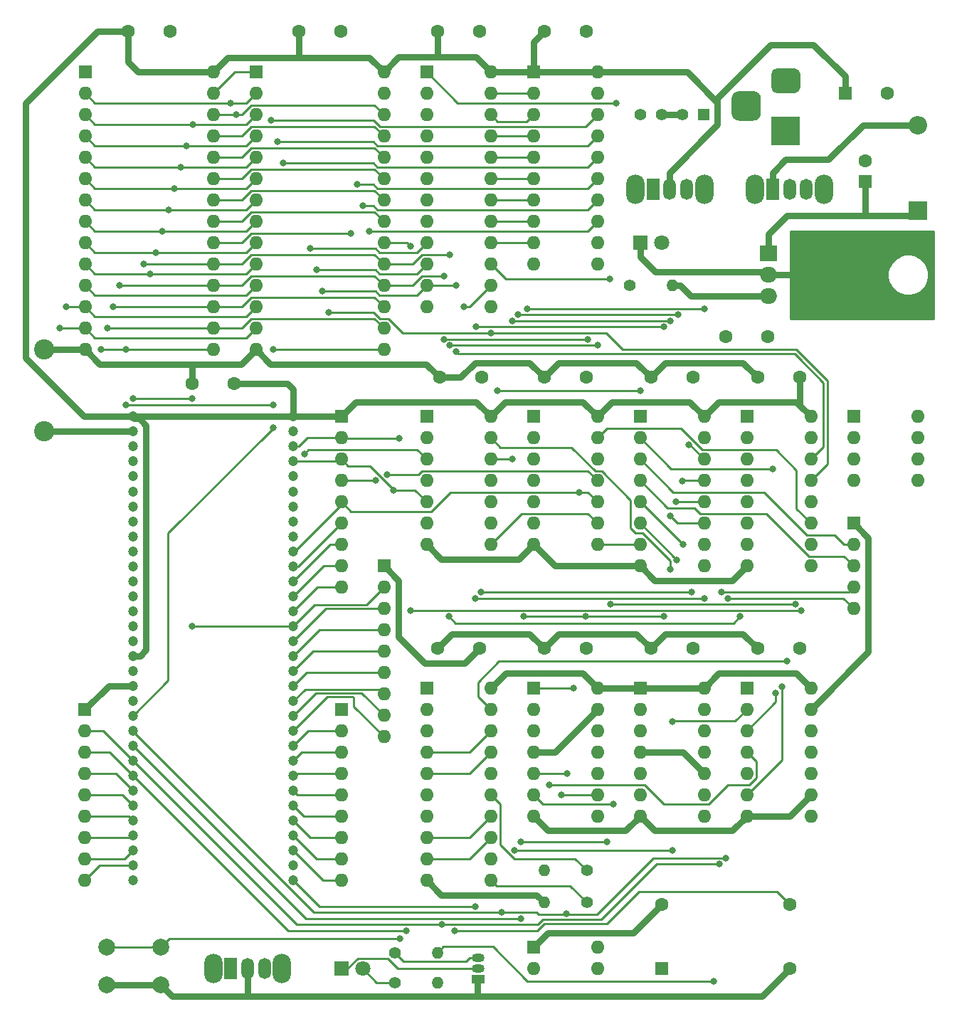
<source format=gbr>
%TF.GenerationSoftware,KiCad,Pcbnew,(5.1.10)-1*%
%TF.CreationDate,2025-11-04T10:25:31+01:00*%
%TF.ProjectId,tlcs90-rom-reader-pcb,746c6373-3930-42d7-926f-6d2d72656164,rev?*%
%TF.SameCoordinates,Original*%
%TF.FileFunction,Copper,L1,Top*%
%TF.FilePolarity,Positive*%
%FSLAX46Y46*%
G04 Gerber Fmt 4.6, Leading zero omitted, Abs format (unit mm)*
G04 Created by KiCad (PCBNEW (5.1.10)-1) date 2025-11-04 10:25:31*
%MOMM*%
%LPD*%
G01*
G04 APERTURE LIST*
%TA.AperFunction,ComponentPad*%
%ADD10C,1.600000*%
%TD*%
%TA.AperFunction,ComponentPad*%
%ADD11R,1.600000X1.600000*%
%TD*%
%TA.AperFunction,ComponentPad*%
%ADD12O,1.600000X1.600000*%
%TD*%
%TA.AperFunction,ComponentPad*%
%ADD13R,2.000000X1.905000*%
%TD*%
%TA.AperFunction,ComponentPad*%
%ADD14O,2.000000X1.905000*%
%TD*%
%TA.AperFunction,ComponentPad*%
%ADD15R,1.500000X2.500000*%
%TD*%
%TA.AperFunction,ComponentPad*%
%ADD16O,1.500000X2.500000*%
%TD*%
%TA.AperFunction,ComponentPad*%
%ADD17O,2.200000X3.500000*%
%TD*%
%TA.AperFunction,ComponentPad*%
%ADD18R,3.500000X3.500000*%
%TD*%
%TA.AperFunction,ComponentPad*%
%ADD19O,2.200000X2.200000*%
%TD*%
%TA.AperFunction,ComponentPad*%
%ADD20R,2.200000X2.200000*%
%TD*%
%TA.AperFunction,ComponentPad*%
%ADD21R,1.500000X1.050000*%
%TD*%
%TA.AperFunction,ComponentPad*%
%ADD22O,1.500000X1.050000*%
%TD*%
%TA.AperFunction,ComponentPad*%
%ADD23C,1.200000*%
%TD*%
%TA.AperFunction,ComponentPad*%
%ADD24O,1.400000X1.400000*%
%TD*%
%TA.AperFunction,ComponentPad*%
%ADD25C,1.400000*%
%TD*%
%TA.AperFunction,ComponentPad*%
%ADD26C,1.800000*%
%TD*%
%TA.AperFunction,ComponentPad*%
%ADD27R,1.800000X1.800000*%
%TD*%
%TA.AperFunction,ComponentPad*%
%ADD28C,2.000000*%
%TD*%
%TA.AperFunction,ComponentPad*%
%ADD29R,1.408000X1.408000*%
%TD*%
%TA.AperFunction,ComponentPad*%
%ADD30C,1.408000*%
%TD*%
%TA.AperFunction,ViaPad*%
%ADD31C,2.400000*%
%TD*%
%TA.AperFunction,ViaPad*%
%ADD32C,0.800000*%
%TD*%
%TA.AperFunction,Conductor*%
%ADD33C,0.750000*%
%TD*%
%TA.AperFunction,Conductor*%
%ADD34C,0.250000*%
%TD*%
%TA.AperFunction,Conductor*%
%ADD35C,0.254000*%
%TD*%
%TA.AperFunction,Conductor*%
%ADD36C,0.100000*%
%TD*%
G04 APERTURE END LIST*
D10*
%TO.P,C30,2*%
%TO.N,GND*%
X181762400Y-51163220D03*
D11*
%TO.P,C30,1*%
%TO.N,+12V*%
X181762400Y-53663220D03*
%TD*%
D12*
%TO.P,RA5,5*%
%TO.N,Net-(DSW2-Pad5)*%
X180340000Y-104495600D03*
%TO.P,RA5,4*%
%TO.N,Net-(DSW2-Pad6)*%
X180340000Y-101955600D03*
%TO.P,RA5,3*%
%TO.N,Net-(DSW2-Pad7)*%
X180340000Y-99415600D03*
%TO.P,RA5,2*%
%TO.N,Net-(DSW2-Pad8)*%
X180340000Y-96875600D03*
D11*
%TO.P,RA5,1*%
%TO.N,GND*%
X180340000Y-94335600D03*
%TD*%
D12*
%TO.P,DSW2,8*%
%TO.N,Net-(DSW2-Pad8)*%
X187960000Y-81635600D03*
%TO.P,DSW2,4*%
%TO.N,VCC*%
X180340000Y-89255600D03*
%TO.P,DSW2,7*%
%TO.N,Net-(DSW2-Pad7)*%
X187960000Y-84175600D03*
%TO.P,DSW2,3*%
%TO.N,VCC*%
X180340000Y-86715600D03*
%TO.P,DSW2,6*%
%TO.N,Net-(DSW2-Pad6)*%
X187960000Y-86715600D03*
%TO.P,DSW2,2*%
%TO.N,VCC*%
X180340000Y-84175600D03*
%TO.P,DSW2,5*%
%TO.N,Net-(DSW2-Pad5)*%
X187960000Y-89255600D03*
D11*
%TO.P,DSW2,1*%
%TO.N,VCC*%
X180340000Y-81635600D03*
%TD*%
D13*
%TO.P,U15,1*%
%TO.N,+12V*%
X170174920Y-62230000D03*
D14*
%TO.P,U15,2*%
%TO.N,GND*%
X170174920Y-64770000D03*
%TO.P,U15,3*%
%TO.N,VCC*%
X170174920Y-67310000D03*
%TD*%
D15*
%TO.P,SW2,1*%
%TO.N,/SW12V*%
X170720000Y-54610000D03*
D16*
%TO.P,SW2,2*%
%TO.N,/IN12V*%
X172720000Y-54610000D03*
%TO.P,SW2,3*%
%TO.N,N/C*%
X174720000Y-54610000D03*
D17*
%TO.P,SW2,*%
%TO.N,*%
X168620000Y-54610000D03*
X176820000Y-54610000D03*
%TD*%
D18*
%TO.P,J2,1*%
%TO.N,/IN12V*%
X172271420Y-47673520D03*
%TO.P,J2,2*%
%TO.N,GND*%
%TA.AperFunction,ComponentPad*%
G36*
G01*
X171271420Y-40173520D02*
X173271420Y-40173520D01*
G75*
G02*
X174021420Y-40923520I0J-750000D01*
G01*
X174021420Y-42423520D01*
G75*
G02*
X173271420Y-43173520I-750000J0D01*
G01*
X171271420Y-43173520D01*
G75*
G02*
X170521420Y-42423520I0J750000D01*
G01*
X170521420Y-40923520D01*
G75*
G02*
X171271420Y-40173520I750000J0D01*
G01*
G37*
%TD.AperFunction*%
%TO.P,J2,3*%
%TO.N,N/C*%
%TA.AperFunction,ComponentPad*%
G36*
G01*
X166696420Y-42923520D02*
X168446420Y-42923520D01*
G75*
G02*
X169321420Y-43798520I0J-875000D01*
G01*
X169321420Y-45548520D01*
G75*
G02*
X168446420Y-46423520I-875000J0D01*
G01*
X166696420Y-46423520D01*
G75*
G02*
X165821420Y-45548520I0J875000D01*
G01*
X165821420Y-43798520D01*
G75*
G02*
X166696420Y-42923520I875000J0D01*
G01*
G37*
%TD.AperFunction*%
%TD*%
D19*
%TO.P,D3,2*%
%TO.N,/SW12V*%
X187960000Y-46949360D03*
D20*
%TO.P,D3,1*%
%TO.N,+12V*%
X187960000Y-57109360D03*
%TD*%
D10*
%TO.P,C14,2*%
%TO.N,GND*%
X165100000Y-72136000D03*
%TO.P,C14,1*%
%TO.N,VCC*%
X170100000Y-72136000D03*
%TD*%
D12*
%TO.P,U8,14*%
%TO.N,VCC*%
X149860000Y-113919000D03*
%TO.P,U8,7*%
%TO.N,GND*%
X142240000Y-129159000D03*
%TO.P,U8,13*%
%TO.N,VCC*%
X149860000Y-116459000D03*
%TO.P,U8,6*%
%TO.N,Net-(U8-Pad12)*%
X142240000Y-126619000D03*
%TO.P,U8,12*%
X149860000Y-118999000D03*
%TO.P,U8,5*%
%TO.N,Net-(U10-Pad4)*%
X142240000Y-124079000D03*
%TO.P,U8,11*%
%TO.N,CLK*%
X149860000Y-121539000D03*
%TO.P,U8,4*%
%TO.N,VCC*%
X142240000Y-121539000D03*
%TO.P,U8,10*%
%TO.N,Net-(U10-Pad3)*%
X149860000Y-124079000D03*
%TO.P,U8,3*%
%TO.N,CLK*%
X142240000Y-118999000D03*
%TO.P,U8,9*%
%TO.N,Net-(U10-Pad5)*%
X149860000Y-126619000D03*
%TO.P,U8,2*%
%TO.N,~RESET*%
X142240000Y-116459000D03*
%TO.P,U8,8*%
%TO.N,N/C*%
X149860000Y-129159000D03*
D11*
%TO.P,U8,1*%
%TO.N,Net-(U10-Pad3)*%
X142240000Y-113919000D03*
%TD*%
D21*
%TO.P,Q1,1*%
%TO.N,GND*%
X135636000Y-148590000D03*
D22*
%TO.P,Q1,3*%
%TO.N,Net-(Q1-Pad3)*%
X135636000Y-146050000D03*
%TO.P,Q1,2*%
%TO.N,Net-(D2-Pad1)*%
X135636000Y-147320000D03*
%TD*%
D23*
%TO.P,U1,64*%
%TO.N,VCC*%
X113690400Y-81630000D03*
%TO.P,U1,63*%
X113690400Y-83410000D03*
%TO.P,U1,62*%
%TO.N,~WR*%
X113690400Y-85190000D03*
%TO.P,U1,61*%
%TO.N,~RD*%
X113690400Y-86970000D03*
%TO.P,U1,60*%
%TO.N,VCC*%
X113690400Y-88750000D03*
%TO.P,U1,59*%
%TO.N,N/C*%
X113690400Y-90530000D03*
%TO.P,U1,58*%
X113690400Y-92310000D03*
%TO.P,U1,57*%
%TO.N,VCC*%
X113690400Y-94090000D03*
%TO.P,U1,56*%
X113690400Y-95870000D03*
%TO.P,U1,55*%
%TO.N,~EA*%
X113690400Y-97650000D03*
%TO.P,U1,54*%
%TO.N,A19*%
X113690400Y-99430000D03*
%TO.P,U1,53*%
%TO.N,A18*%
X113690400Y-101210000D03*
%TO.P,U1,52*%
%TO.N,A17*%
X113690400Y-102990000D03*
%TO.P,U1,51*%
%TO.N,A16*%
X113690400Y-104770000D03*
%TO.P,U1,50*%
%TO.N,A15*%
X113690400Y-106550000D03*
%TO.P,U1,49*%
%TO.N,A14*%
X113690400Y-108330000D03*
%TO.P,U1,48*%
%TO.N,A13*%
X113690400Y-110110000D03*
%TO.P,U1,47*%
%TO.N,A12*%
X113690400Y-111890000D03*
%TO.P,U1,46*%
%TO.N,A11*%
X113690400Y-113670000D03*
%TO.P,U1,45*%
%TO.N,A10*%
X113690400Y-115450000D03*
%TO.P,U1,44*%
%TO.N,A9*%
X113690400Y-117230000D03*
%TO.P,U1,43*%
%TO.N,A8*%
X113690400Y-119010000D03*
%TO.P,U1,42*%
%TO.N,A7*%
X113690400Y-120790000D03*
%TO.P,U1,41*%
%TO.N,A6*%
X113690400Y-122570000D03*
%TO.P,U1,40*%
%TO.N,A5*%
X113690400Y-124350000D03*
%TO.P,U1,39*%
%TO.N,A4*%
X113690400Y-126130000D03*
%TO.P,U1,38*%
%TO.N,A3*%
X113690400Y-127910000D03*
%TO.P,U1,37*%
%TO.N,A2*%
X113690400Y-129690000D03*
%TO.P,U1,36*%
%TO.N,A1*%
X113690400Y-131470000D03*
%TO.P,U1,35*%
%TO.N,A0*%
X113690400Y-133250000D03*
%TO.P,U1,34*%
%TO.N,N/C*%
X113690400Y-135030000D03*
%TO.P,U1,33*%
%TO.N,Net-(U1-Pad33)*%
X113690400Y-136810000D03*
%TO.P,U1,32*%
%TO.N,GND*%
X94589600Y-136810000D03*
%TO.P,U1,31*%
%TO.N,D7*%
X94589600Y-135030000D03*
%TO.P,U1,30*%
%TO.N,D6*%
X94589600Y-133250000D03*
%TO.P,U1,29*%
%TO.N,D5*%
X94589600Y-131470000D03*
%TO.P,U1,28*%
%TO.N,D4*%
X94589600Y-129690000D03*
%TO.P,U1,27*%
%TO.N,D3*%
X94589600Y-127910000D03*
%TO.P,U1,26*%
%TO.N,D2*%
X94589600Y-126130000D03*
%TO.P,U1,25*%
%TO.N,D1*%
X94589600Y-124350000D03*
%TO.P,U1,24*%
%TO.N,D0*%
X94589600Y-122570000D03*
%TO.P,U1,23*%
%TO.N,CLK*%
X94589600Y-120790000D03*
%TO.P,U1,22*%
%TO.N,~RESET*%
X94589600Y-119010000D03*
%TO.P,U1,21*%
%TO.N,~NMI-RESET*%
X94589600Y-117230000D03*
%TO.P,U1,20*%
%TO.N,N/C*%
X94589600Y-115450000D03*
%TO.P,U1,19*%
%TO.N,VCC*%
X94589600Y-113670000D03*
%TO.P,U1,18*%
X94589600Y-111890000D03*
%TO.P,U1,17*%
X94589600Y-110110000D03*
%TO.P,U1,16*%
%TO.N,N/C*%
X94589600Y-108330000D03*
%TO.P,U1,15*%
X94589600Y-106550000D03*
%TO.P,U1,14*%
X94589600Y-104770000D03*
%TO.P,U1,13*%
X94589600Y-102990000D03*
%TO.P,U1,12*%
X94589600Y-101210000D03*
%TO.P,U1,11*%
X94589600Y-99430000D03*
%TO.P,U1,10*%
X94589600Y-97650000D03*
%TO.P,U1,9*%
X94589600Y-95870000D03*
%TO.P,U1,8*%
X94589600Y-94090000D03*
%TO.P,U1,7*%
X94589600Y-92310000D03*
%TO.P,U1,6*%
X94589600Y-90530000D03*
%TO.P,U1,5*%
X94589600Y-88750000D03*
%TO.P,U1,4*%
X94589600Y-86970000D03*
%TO.P,U1,3*%
X94589600Y-85190000D03*
%TO.P,U1,2*%
%TO.N,GND*%
X94589600Y-83410000D03*
%TO.P,U1,1*%
%TO.N,VCC*%
X94589600Y-81630000D03*
%TD*%
D10*
%TO.P,C7,2*%
%TO.N,GND*%
X119300000Y-35814000D03*
%TO.P,C7,1*%
%TO.N,VCC*%
X114300000Y-35814000D03*
%TD*%
%TO.P,C4,2*%
%TO.N,GND*%
X168910000Y-109220000D03*
%TO.P,C4,1*%
%TO.N,VCC*%
X173910000Y-109220000D03*
%TD*%
D24*
%TO.P,R1,2*%
%TO.N,VCC*%
X158750000Y-66040000D03*
D25*
%TO.P,R1,1*%
%TO.N,Net-(D1-Pad2)*%
X153670000Y-66040000D03*
%TD*%
D17*
%TO.P,SW4,*%
%TO.N,*%
X112340000Y-147320000D03*
X104140000Y-147320000D03*
D16*
%TO.P,SW4,3*%
%TO.N,N/C*%
X110240000Y-147320000D03*
%TO.P,SW4,2*%
%TO.N,GND*%
X108240000Y-147320000D03*
D15*
%TO.P,SW4,1*%
%TO.N,~EA*%
X106240000Y-147320000D03*
%TD*%
D10*
%TO.P,C5,2*%
%TO.N,GND*%
X101639360Y-77724000D03*
%TO.P,C5,1*%
%TO.N,VCC*%
X106639360Y-77724000D03*
%TD*%
D24*
%TO.P,R5,2*%
%TO.N,GND*%
X143510000Y-139446000D03*
D25*
%TO.P,R5,1*%
%TO.N,Net-(DSW1-Pad3)*%
X148590000Y-139446000D03*
%TD*%
D10*
%TO.P,C1,2*%
%TO.N,GND*%
X130810000Y-109220000D03*
%TO.P,C1,1*%
%TO.N,VCC*%
X135810000Y-109220000D03*
%TD*%
D17*
%TO.P,SW1,*%
%TO.N,*%
X162560000Y-54610000D03*
X154360000Y-54610000D03*
D16*
%TO.P,SW1,3*%
%TO.N,N/C*%
X160460000Y-54610000D03*
%TO.P,SW1,2*%
%TO.N,VCC*%
X158460000Y-54610000D03*
D15*
%TO.P,SW1,1*%
%TO.N,Net-(J1-Pad4)*%
X156460000Y-54610000D03*
%TD*%
D10*
%TO.P,C20,2*%
%TO.N,GND*%
X184324000Y-43180000D03*
D11*
%TO.P,C20,1*%
%TO.N,VCC*%
X179324000Y-43180000D03*
%TD*%
D10*
%TO.P,C8,2*%
%TO.N,GND*%
X135810000Y-35763200D03*
%TO.P,C8,1*%
%TO.N,VCC*%
X130810000Y-35763200D03*
%TD*%
D12*
%TO.P,U14,20*%
%TO.N,VCC*%
X137160000Y-113944400D03*
%TO.P,U14,10*%
%TO.N,GND*%
X129540000Y-136804400D03*
%TO.P,U14,19*%
%TO.N,~DSW-ENABLE*%
X137160000Y-116484400D03*
%TO.P,U14,9*%
%TO.N,Net-(U14-Pad13)*%
X129540000Y-134264400D03*
%TO.P,U14,18*%
%TO.N,Net-(U14-Pad18)*%
X137160000Y-119024400D03*
%TO.P,U14,8*%
%TO.N,Net-(U14-Pad14)*%
X129540000Y-131724400D03*
%TO.P,U14,17*%
%TO.N,Net-(U14-Pad17)*%
X137160000Y-121564400D03*
%TO.P,U14,7*%
%TO.N,D1*%
X129540000Y-129184400D03*
%TO.P,U14,16*%
%TO.N,Net-(U1-Pad33)*%
X137160000Y-124104400D03*
%TO.P,U14,6*%
%TO.N,Net-(RA3-Pad4)*%
X129540000Y-126644400D03*
%TO.P,U14,15*%
%TO.N,Net-(DSW1-Pad4)*%
X137160000Y-126644400D03*
%TO.P,U14,5*%
%TO.N,Net-(U14-Pad17)*%
X129540000Y-124104400D03*
%TO.P,U14,14*%
%TO.N,Net-(U14-Pad14)*%
X137160000Y-129184400D03*
%TO.P,U14,4*%
%TO.N,Net-(U14-Pad18)*%
X129540000Y-121564400D03*
%TO.P,U14,13*%
%TO.N,Net-(U14-Pad13)*%
X137160000Y-131724400D03*
%TO.P,U14,3*%
%TO.N,D0*%
X129540000Y-119024400D03*
%TO.P,U14,12*%
%TO.N,~RESET*%
X137160000Y-134264400D03*
%TO.P,U14,2*%
%TO.N,Net-(U14-Pad2)*%
X129540000Y-116484400D03*
%TO.P,U14,11*%
%TO.N,Net-(DSW1-Pad3)*%
X137160000Y-136804400D03*
D11*
%TO.P,U14,1*%
%TO.N,GND*%
X129540000Y-113944400D03*
%TD*%
D10*
%TO.P,C10,2*%
%TO.N,GND*%
X131064000Y-76962000D03*
%TO.P,C10,1*%
%TO.N,VCC*%
X136064000Y-76962000D03*
%TD*%
D12*
%TO.P,U9,14*%
%TO.N,VCC*%
X162560000Y-113919000D03*
%TO.P,U9,7*%
%TO.N,GND*%
X154940000Y-129159000D03*
%TO.P,U9,13*%
%TO.N,~RESET*%
X162560000Y-116459000D03*
%TO.P,U9,6*%
%TO.N,N/C*%
X154940000Y-126619000D03*
%TO.P,U9,12*%
%TO.N,D0*%
X162560000Y-118999000D03*
%TO.P,U9,5*%
%TO.N,N/C*%
X154940000Y-124079000D03*
%TO.P,U9,11*%
%TO.N,Net-(U11-Pad13)*%
X162560000Y-121539000D03*
%TO.P,U9,4*%
%TO.N,VCC*%
X154940000Y-121539000D03*
%TO.P,U9,10*%
X162560000Y-124079000D03*
%TO.P,U9,3*%
%TO.N,GND*%
X154940000Y-118999000D03*
%TO.P,U9,9*%
%TO.N,Net-(R3-Pad2)*%
X162560000Y-126619000D03*
%TO.P,U9,2*%
%TO.N,GND*%
X154940000Y-116459000D03*
%TO.P,U9,8*%
%TO.N,N/C*%
X162560000Y-129159000D03*
D11*
%TO.P,U9,1*%
%TO.N,VCC*%
X154940000Y-113919000D03*
%TD*%
D10*
%TO.P,C3,2*%
%TO.N,GND*%
X156210000Y-109220000D03*
%TO.P,C3,1*%
%TO.N,VCC*%
X161210000Y-109220000D03*
%TD*%
%TO.P,C9,2*%
%TO.N,GND*%
X148510000Y-35814000D03*
%TO.P,C9,1*%
%TO.N,VCC*%
X143510000Y-35814000D03*
%TD*%
%TO.P,C13,2*%
%TO.N,GND*%
X168910000Y-76962000D03*
%TO.P,C13,1*%
%TO.N,VCC*%
X173910000Y-76962000D03*
%TD*%
%TO.P,C11,2*%
%TO.N,GND*%
X143510000Y-76962000D03*
%TO.P,C11,1*%
%TO.N,VCC*%
X148510000Y-76962000D03*
%TD*%
D24*
%TO.P,R4,2*%
%TO.N,GND*%
X143510000Y-135636000D03*
D25*
%TO.P,R4,1*%
%TO.N,Net-(DSW1-Pad4)*%
X148590000Y-135636000D03*
%TD*%
D12*
%TO.P,U5,20*%
%TO.N,VCC*%
X149860000Y-40640000D03*
%TO.P,U5,10*%
%TO.N,GND*%
X142240000Y-63500000D03*
%TO.P,U5,19*%
%TO.N,Net-(U11-Pad11)*%
X149860000Y-43180000D03*
%TO.P,U5,9*%
%TO.N,Net-(U4-Pad16)*%
X142240000Y-60960000D03*
%TO.P,U5,18*%
%TO.N,D0*%
X149860000Y-45720000D03*
%TO.P,U5,8*%
%TO.N,Net-(U4-Pad17)*%
X142240000Y-58420000D03*
%TO.P,U5,17*%
%TO.N,D1*%
X149860000Y-48260000D03*
%TO.P,U5,7*%
%TO.N,Net-(U4-Pad18)*%
X142240000Y-55880000D03*
%TO.P,U5,16*%
%TO.N,D2*%
X149860000Y-50800000D03*
%TO.P,U5,6*%
%TO.N,Net-(U4-Pad19)*%
X142240000Y-53340000D03*
%TO.P,U5,15*%
%TO.N,D3*%
X149860000Y-53340000D03*
%TO.P,U5,5*%
%TO.N,Net-(U4-Pad20)*%
X142240000Y-50800000D03*
%TO.P,U5,14*%
%TO.N,D4*%
X149860000Y-55880000D03*
%TO.P,U5,4*%
%TO.N,Net-(U4-Pad21)*%
X142240000Y-48260000D03*
%TO.P,U5,13*%
%TO.N,D5*%
X149860000Y-58420000D03*
%TO.P,U5,3*%
%TO.N,Net-(U4-Pad22)*%
X142240000Y-45720000D03*
%TO.P,U5,12*%
%TO.N,D6*%
X149860000Y-60960000D03*
%TO.P,U5,2*%
%TO.N,Net-(U4-Pad23)*%
X142240000Y-43180000D03*
%TO.P,U5,11*%
%TO.N,D7*%
X149860000Y-63500000D03*
D11*
%TO.P,U5,1*%
%TO.N,VCC*%
X142240000Y-40640000D03*
%TD*%
D24*
%TO.P,R3,2*%
%TO.N,Net-(R3-Pad2)*%
X130810000Y-145415000D03*
D25*
%TO.P,R3,1*%
%TO.N,Net-(Q1-Pad3)*%
X125730000Y-145415000D03*
%TD*%
D11*
%TO.P,U10,1*%
%TO.N,~RESET*%
X142240000Y-81635600D03*
D12*
%TO.P,U10,8*%
%TO.N,~DISABLE-COUNT*%
X149860000Y-96875600D03*
%TO.P,U10,2*%
%TO.N,~EA*%
X142240000Y-84175600D03*
%TO.P,U10,9*%
%TO.N,Net-(U10-Pad9)*%
X149860000Y-94335600D03*
%TO.P,U10,3*%
%TO.N,Net-(U10-Pad3)*%
X142240000Y-86715600D03*
%TO.P,U10,10*%
%TO.N,~EA*%
X149860000Y-91795600D03*
%TO.P,U10,4*%
%TO.N,Net-(U10-Pad4)*%
X142240000Y-89255600D03*
%TO.P,U10,11*%
%TO.N,~ROM-ENABLE*%
X149860000Y-89255600D03*
%TO.P,U10,5*%
%TO.N,Net-(U10-Pad5)*%
X142240000Y-91795600D03*
%TO.P,U10,12*%
%TO.N,Net-(U10-Pad12)*%
X149860000Y-86715600D03*
%TO.P,U10,6*%
%TO.N,Net-(U10-Pad6)*%
X142240000Y-94335600D03*
%TO.P,U10,13*%
%TO.N,Net-(U10-Pad13)*%
X149860000Y-84175600D03*
%TO.P,U10,7*%
%TO.N,GND*%
X142240000Y-96875600D03*
%TO.P,U10,14*%
%TO.N,VCC*%
X149860000Y-81635600D03*
%TD*%
D11*
%TO.P,U12,1*%
%TO.N,Net-(U11-Pad6)*%
X167640000Y-113919000D03*
D12*
%TO.P,U12,8*%
%TO.N,N/C*%
X175260000Y-129159000D03*
%TO.P,U12,2*%
%TO.N,NMI-RESET-POS*%
X167640000Y-116459000D03*
%TO.P,U12,9*%
%TO.N,GND*%
X175260000Y-126619000D03*
%TO.P,U12,3*%
%TO.N,Net-(U12-Pad3)*%
X167640000Y-118999000D03*
%TO.P,U12,10*%
%TO.N,GND*%
X175260000Y-124079000D03*
%TO.P,U12,4*%
%TO.N,Net-(U11-Pad10)*%
X167640000Y-121539000D03*
%TO.P,U12,11*%
%TO.N,N/C*%
X175260000Y-121539000D03*
%TO.P,U12,5*%
%TO.N,Net-(U11-Pad12)*%
X167640000Y-124079000D03*
%TO.P,U12,12*%
%TO.N,GND*%
X175260000Y-118999000D03*
%TO.P,U12,6*%
%TO.N,Net-(U12-Pad6)*%
X167640000Y-126619000D03*
%TO.P,U12,13*%
%TO.N,GND*%
X175260000Y-116459000D03*
%TO.P,U12,7*%
X167640000Y-129159000D03*
%TO.P,U12,14*%
%TO.N,VCC*%
X175260000Y-113919000D03*
%TD*%
%TO.P,DSW1,4*%
%TO.N,Net-(DSW1-Pad4)*%
X149860000Y-144780000D03*
%TO.P,DSW1,2*%
%TO.N,VCC*%
X142240000Y-147320000D03*
%TO.P,DSW1,3*%
%TO.N,Net-(DSW1-Pad3)*%
X149860000Y-147320000D03*
D11*
%TO.P,DSW1,1*%
%TO.N,VCC*%
X142240000Y-144780000D03*
%TD*%
D26*
%TO.P,D1,2*%
%TO.N,Net-(D1-Pad2)*%
X157480000Y-60960000D03*
D27*
%TO.P,D1,1*%
%TO.N,GND*%
X154940000Y-60960000D03*
%TD*%
D12*
%TO.P,U6,16*%
%TO.N,VCC*%
X162560000Y-81635600D03*
%TO.P,U6,8*%
%TO.N,GND*%
X154940000Y-99415600D03*
%TO.P,U6,15*%
%TO.N,Net-(U11-Pad9)*%
X162560000Y-84175600D03*
%TO.P,U6,7*%
%TO.N,~DISABLE-COUNT*%
X154940000Y-96875600D03*
%TO.P,U6,14*%
%TO.N,C0*%
X162560000Y-86715600D03*
%TO.P,U6,6*%
%TO.N,Net-(DSW2-Pad5)*%
X154940000Y-94335600D03*
%TO.P,U6,13*%
%TO.N,C1*%
X162560000Y-89255600D03*
%TO.P,U6,5*%
%TO.N,Net-(DSW2-Pad6)*%
X154940000Y-91795600D03*
%TO.P,U6,12*%
%TO.N,C2*%
X162560000Y-91795600D03*
%TO.P,U6,4*%
%TO.N,Net-(DSW2-Pad7)*%
X154940000Y-89255600D03*
%TO.P,U6,11*%
%TO.N,C3*%
X162560000Y-94335600D03*
%TO.P,U6,3*%
%TO.N,Net-(DSW2-Pad8)*%
X154940000Y-86715600D03*
%TO.P,U6,10*%
%TO.N,VCC*%
X162560000Y-96875600D03*
%TO.P,U6,2*%
%TO.N,Net-(U12-Pad3)*%
X154940000Y-84175600D03*
%TO.P,U6,9*%
%TO.N,~NMI-RESET*%
X162560000Y-99415600D03*
D11*
%TO.P,U6,1*%
%TO.N,~RESET*%
X154940000Y-81635600D03*
%TD*%
D10*
%TO.P,C12,2*%
%TO.N,GND*%
X156210000Y-76962000D03*
%TO.P,C12,1*%
%TO.N,VCC*%
X161210000Y-76962000D03*
%TD*%
%TO.P,C6,2*%
%TO.N,GND*%
X99005400Y-35826700D03*
%TO.P,C6,1*%
%TO.N,VCC*%
X94005400Y-35826700D03*
%TD*%
%TO.P,C2,2*%
%TO.N,GND*%
X143510000Y-109220000D03*
%TO.P,C2,1*%
%TO.N,VCC*%
X148510000Y-109220000D03*
%TD*%
D11*
%TO.P,U3,1*%
%TO.N,A14*%
X109220000Y-40640000D03*
D12*
%TO.P,U3,15*%
%TO.N,D3*%
X124460000Y-73660000D03*
%TO.P,U3,2*%
%TO.N,A12*%
X109220000Y-43180000D03*
%TO.P,U3,16*%
%TO.N,D4*%
X124460000Y-71120000D03*
%TO.P,U3,3*%
%TO.N,A7*%
X109220000Y-45720000D03*
%TO.P,U3,17*%
%TO.N,D5*%
X124460000Y-68580000D03*
%TO.P,U3,4*%
%TO.N,A6*%
X109220000Y-48260000D03*
%TO.P,U3,18*%
%TO.N,D6*%
X124460000Y-66040000D03*
%TO.P,U3,5*%
%TO.N,A5*%
X109220000Y-50800000D03*
%TO.P,U3,19*%
%TO.N,D7*%
X124460000Y-63500000D03*
%TO.P,U3,6*%
%TO.N,A4*%
X109220000Y-53340000D03*
%TO.P,U3,20*%
%TO.N,~EEPROM-ENABLE*%
X124460000Y-60960000D03*
%TO.P,U3,7*%
%TO.N,A3*%
X109220000Y-55880000D03*
%TO.P,U3,21*%
%TO.N,A10*%
X124460000Y-58420000D03*
%TO.P,U3,8*%
%TO.N,A2*%
X109220000Y-58420000D03*
%TO.P,U3,22*%
%TO.N,~RD*%
X124460000Y-55880000D03*
%TO.P,U3,9*%
%TO.N,A1*%
X109220000Y-60960000D03*
%TO.P,U3,23*%
%TO.N,A11*%
X124460000Y-53340000D03*
%TO.P,U3,10*%
%TO.N,A0*%
X109220000Y-63500000D03*
%TO.P,U3,24*%
%TO.N,A9*%
X124460000Y-50800000D03*
%TO.P,U3,11*%
%TO.N,D0*%
X109220000Y-66040000D03*
%TO.P,U3,25*%
%TO.N,A8*%
X124460000Y-48260000D03*
%TO.P,U3,12*%
%TO.N,D1*%
X109220000Y-68580000D03*
%TO.P,U3,26*%
%TO.N,A13*%
X124460000Y-45720000D03*
%TO.P,U3,13*%
%TO.N,D2*%
X109220000Y-71120000D03*
%TO.P,U3,27*%
%TO.N,~WR*%
X124460000Y-43180000D03*
%TO.P,U3,14*%
%TO.N,GND*%
X109220000Y-73660000D03*
%TO.P,U3,28*%
%TO.N,VCC*%
X124460000Y-40640000D03*
%TD*%
%TO.P,U4,24*%
%TO.N,VCC*%
X137162540Y-40637460D03*
%TO.P,U4,12*%
%TO.N,GND*%
X129542540Y-68577460D03*
%TO.P,U4,23*%
%TO.N,Net-(U4-Pad23)*%
X137162540Y-43177460D03*
%TO.P,U4,11*%
%TO.N,A18*%
X129542540Y-66037460D03*
%TO.P,U4,22*%
%TO.N,Net-(U4-Pad22)*%
X137162540Y-45717460D03*
%TO.P,U4,10*%
%TO.N,A17*%
X129542540Y-63497460D03*
%TO.P,U4,21*%
%TO.N,Net-(U4-Pad21)*%
X137162540Y-48257460D03*
%TO.P,U4,9*%
%TO.N,A16*%
X129542540Y-60957460D03*
%TO.P,U4,20*%
%TO.N,Net-(U4-Pad20)*%
X137162540Y-50797460D03*
%TO.P,U4,8*%
%TO.N,~WR*%
X129542540Y-58417460D03*
%TO.P,U4,19*%
%TO.N,Net-(U4-Pad19)*%
X137162540Y-53337460D03*
%TO.P,U4,7*%
%TO.N,N/C*%
X129542540Y-55877460D03*
%TO.P,U4,18*%
%TO.N,Net-(U4-Pad18)*%
X137162540Y-55877460D03*
%TO.P,U4,6*%
%TO.N,N/C*%
X129542540Y-53337460D03*
%TO.P,U4,17*%
%TO.N,Net-(U4-Pad17)*%
X137162540Y-58417460D03*
%TO.P,U4,5*%
%TO.N,C3*%
X129542540Y-50797460D03*
%TO.P,U4,16*%
%TO.N,Net-(U4-Pad16)*%
X137162540Y-60957460D03*
%TO.P,U4,4*%
%TO.N,C2*%
X129542540Y-48257460D03*
%TO.P,U4,15*%
%TO.N,Net-(U11-Pad11)*%
X137162540Y-63497460D03*
%TO.P,U4,3*%
%TO.N,C1*%
X129542540Y-45717460D03*
%TO.P,U4,14*%
%TO.N,Net-(U11-Pad13)*%
X137162540Y-66037460D03*
%TO.P,U4,2*%
%TO.N,C0*%
X129542540Y-43177460D03*
%TO.P,U4,13*%
%TO.N,A19*%
X137162540Y-68577460D03*
D11*
%TO.P,U4,1*%
%TO.N,~DISABLE-COUNT*%
X129542540Y-40637460D03*
%TD*%
D12*
%TO.P,U2,28*%
%TO.N,VCC*%
X104140000Y-40640000D03*
%TO.P,U2,14*%
%TO.N,GND*%
X88900000Y-73660000D03*
%TO.P,U2,27*%
%TO.N,A14*%
X104140000Y-43180000D03*
%TO.P,U2,13*%
%TO.N,D2*%
X88900000Y-71120000D03*
%TO.P,U2,26*%
%TO.N,A13*%
X104140000Y-45720000D03*
%TO.P,U2,12*%
%TO.N,D1*%
X88900000Y-68580000D03*
%TO.P,U2,25*%
%TO.N,A8*%
X104140000Y-48260000D03*
%TO.P,U2,11*%
%TO.N,D0*%
X88900000Y-66040000D03*
%TO.P,U2,24*%
%TO.N,A9*%
X104140000Y-50800000D03*
%TO.P,U2,10*%
%TO.N,A0*%
X88900000Y-63500000D03*
%TO.P,U2,23*%
%TO.N,A11*%
X104140000Y-53340000D03*
%TO.P,U2,9*%
%TO.N,A1*%
X88900000Y-60960000D03*
%TO.P,U2,22*%
%TO.N,~RD*%
X104140000Y-55880000D03*
%TO.P,U2,8*%
%TO.N,A2*%
X88900000Y-58420000D03*
%TO.P,U2,21*%
%TO.N,A10*%
X104140000Y-58420000D03*
%TO.P,U2,7*%
%TO.N,A3*%
X88900000Y-55880000D03*
%TO.P,U2,20*%
%TO.N,~ROM-ENABLE*%
X104140000Y-60960000D03*
%TO.P,U2,6*%
%TO.N,A4*%
X88900000Y-53340000D03*
%TO.P,U2,19*%
%TO.N,D7*%
X104140000Y-63500000D03*
%TO.P,U2,5*%
%TO.N,A5*%
X88900000Y-50800000D03*
%TO.P,U2,18*%
%TO.N,D6*%
X104140000Y-66040000D03*
%TO.P,U2,4*%
%TO.N,A6*%
X88900000Y-48260000D03*
%TO.P,U2,17*%
%TO.N,D5*%
X104140000Y-68580000D03*
%TO.P,U2,3*%
%TO.N,A7*%
X88900000Y-45720000D03*
%TO.P,U2,16*%
%TO.N,D4*%
X104140000Y-71120000D03*
%TO.P,U2,2*%
%TO.N,A12*%
X88900000Y-43180000D03*
%TO.P,U2,15*%
%TO.N,D3*%
X104140000Y-73660000D03*
D11*
%TO.P,U2,1*%
%TO.N,A15*%
X88900000Y-40640000D03*
%TD*%
D28*
%TO.P,SW3,1*%
%TO.N,Net-(RA3-Pad4)*%
X97937460Y-144780000D03*
%TO.P,SW3,2*%
%TO.N,GND*%
X97937460Y-149280000D03*
%TO.P,SW3,1*%
%TO.N,Net-(RA3-Pad4)*%
X91437460Y-144780000D03*
%TO.P,SW3,2*%
%TO.N,GND*%
X91437460Y-149280000D03*
%TD*%
D12*
%TO.P,RA4,9*%
%TO.N,D7*%
X88874600Y-136804400D03*
%TO.P,RA4,8*%
%TO.N,D6*%
X88874600Y-134264400D03*
%TO.P,RA4,7*%
%TO.N,D5*%
X88874600Y-131724400D03*
%TO.P,RA4,6*%
%TO.N,D4*%
X88874600Y-129184400D03*
%TO.P,RA4,5*%
%TO.N,D3*%
X88874600Y-126644400D03*
%TO.P,RA4,4*%
%TO.N,D2*%
X88874600Y-124104400D03*
%TO.P,RA4,3*%
%TO.N,D1*%
X88874600Y-121564400D03*
%TO.P,RA4,2*%
%TO.N,D0*%
X88874600Y-119024400D03*
D11*
%TO.P,RA4,1*%
%TO.N,VCC*%
X88874600Y-116484400D03*
%TD*%
D12*
%TO.P,U7,16*%
%TO.N,VCC*%
X175260000Y-81635600D03*
%TO.P,U7,8*%
%TO.N,GND*%
X167640000Y-99415600D03*
%TO.P,U7,15*%
%TO.N,Net-(U12-Pad6)*%
X175260000Y-84175600D03*
%TO.P,U7,7*%
%TO.N,N/C*%
X167640000Y-96875600D03*
%TO.P,U7,14*%
%TO.N,A18*%
X175260000Y-86715600D03*
%TO.P,U7,6*%
%TO.N,N/C*%
X167640000Y-94335600D03*
%TO.P,U7,13*%
%TO.N,A19*%
X175260000Y-89255600D03*
%TO.P,U7,5*%
%TO.N,N/C*%
X167640000Y-91795600D03*
%TO.P,U7,12*%
%TO.N,Net-(U10-Pad12)*%
X175260000Y-91795600D03*
%TO.P,U7,4*%
%TO.N,N/C*%
X167640000Y-89255600D03*
%TO.P,U7,11*%
%TO.N,Net-(U10-Pad13)*%
X175260000Y-94335600D03*
%TO.P,U7,3*%
%TO.N,N/C*%
X167640000Y-86715600D03*
%TO.P,U7,10*%
%TO.N,~EEPROM-ENABLE*%
X175260000Y-96875600D03*
%TO.P,U7,2*%
%TO.N,N/C*%
X167640000Y-84175600D03*
%TO.P,U7,9*%
%TO.N,~DSW-ENABLE*%
X175260000Y-99415600D03*
D11*
%TO.P,U7,1*%
%TO.N,N/C*%
X167640000Y-81635600D03*
%TD*%
D12*
%TO.P,RA3,9*%
%TO.N,A16*%
X119380000Y-101955600D03*
%TO.P,RA3,8*%
%TO.N,A17*%
X119380000Y-99415600D03*
%TO.P,RA3,7*%
%TO.N,A18*%
X119380000Y-96875600D03*
%TO.P,RA3,6*%
%TO.N,A19*%
X119380000Y-94335600D03*
%TO.P,RA3,5*%
%TO.N,~EA*%
X119380000Y-91795600D03*
%TO.P,RA3,4*%
%TO.N,Net-(RA3-Pad4)*%
X119380000Y-89255600D03*
%TO.P,RA3,3*%
%TO.N,~RD*%
X119380000Y-86715600D03*
%TO.P,RA3,2*%
%TO.N,~WR*%
X119380000Y-84175600D03*
D11*
%TO.P,RA3,1*%
%TO.N,VCC*%
X119380000Y-81635600D03*
%TD*%
D12*
%TO.P,RA2,9*%
%TO.N,A8*%
X124460000Y-119735600D03*
%TO.P,RA2,8*%
%TO.N,A9*%
X124460000Y-117195600D03*
%TO.P,RA2,7*%
%TO.N,A10*%
X124460000Y-114655600D03*
%TO.P,RA2,6*%
%TO.N,A11*%
X124460000Y-112115600D03*
%TO.P,RA2,5*%
%TO.N,A12*%
X124460000Y-109575600D03*
%TO.P,RA2,4*%
%TO.N,A13*%
X124460000Y-107035600D03*
%TO.P,RA2,3*%
%TO.N,A14*%
X124460000Y-104495600D03*
%TO.P,RA2,2*%
%TO.N,A15*%
X124460000Y-101955600D03*
D11*
%TO.P,RA2,1*%
%TO.N,VCC*%
X124460000Y-99415600D03*
%TD*%
D10*
%TO.P,X1,7*%
%TO.N,GND*%
X172720000Y-147320000D03*
%TO.P,X1,8*%
%TO.N,Net-(U14-Pad2)*%
X172720000Y-139700000D03*
%TO.P,X1,14*%
%TO.N,VCC*%
X157480000Y-139700000D03*
D11*
%TO.P,X1,1*%
%TO.N,N/C*%
X157480000Y-147320000D03*
%TD*%
D12*
%TO.P,RA1,9*%
%TO.N,A0*%
X119380000Y-136804400D03*
%TO.P,RA1,8*%
%TO.N,A1*%
X119380000Y-134264400D03*
%TO.P,RA1,7*%
%TO.N,A2*%
X119380000Y-131724400D03*
%TO.P,RA1,6*%
%TO.N,A3*%
X119380000Y-129184400D03*
%TO.P,RA1,5*%
%TO.N,A4*%
X119380000Y-126644400D03*
%TO.P,RA1,4*%
%TO.N,A5*%
X119380000Y-124104400D03*
%TO.P,RA1,3*%
%TO.N,A6*%
X119380000Y-121564400D03*
%TO.P,RA1,2*%
%TO.N,A7*%
X119380000Y-119024400D03*
D11*
%TO.P,RA1,1*%
%TO.N,VCC*%
X119380000Y-116484400D03*
%TD*%
D24*
%TO.P,R2,2*%
%TO.N,VCC*%
X130810000Y-148971000D03*
D25*
%TO.P,R2,1*%
%TO.N,Net-(D2-Pad2)*%
X125730000Y-148971000D03*
%TD*%
D12*
%TO.P,U11,14*%
%TO.N,VCC*%
X137160000Y-81635600D03*
%TO.P,U11,7*%
%TO.N,GND*%
X129540000Y-96875600D03*
%TO.P,U11,13*%
%TO.N,Net-(U11-Pad13)*%
X137160000Y-84175600D03*
%TO.P,U11,6*%
%TO.N,Net-(U11-Pad6)*%
X129540000Y-94335600D03*
%TO.P,U11,12*%
%TO.N,Net-(U11-Pad12)*%
X137160000Y-86715600D03*
%TO.P,U11,5*%
%TO.N,~RD*%
X129540000Y-91795600D03*
%TO.P,U11,11*%
%TO.N,Net-(U11-Pad11)*%
X137160000Y-89255600D03*
%TO.P,U11,4*%
%TO.N,NMI-RESET-POS*%
X129540000Y-89255600D03*
%TO.P,U11,10*%
%TO.N,Net-(U11-Pad10)*%
X137160000Y-91795600D03*
%TO.P,U11,3*%
%TO.N,~NMI-RESET*%
X129540000Y-86715600D03*
%TO.P,U11,9*%
%TO.N,Net-(U11-Pad9)*%
X137160000Y-94335600D03*
%TO.P,U11,2*%
%TO.N,~NMI-RESET*%
X129540000Y-84175600D03*
%TO.P,U11,8*%
%TO.N,Net-(U10-Pad9)*%
X137160000Y-96875600D03*
D11*
%TO.P,U11,1*%
%TO.N,Net-(U10-Pad6)*%
X129540000Y-81635600D03*
%TD*%
D29*
%TO.P,J1,1*%
%TO.N,N/C*%
X162495880Y-45720000D03*
D30*
%TO.P,J1,2*%
%TO.N,GND*%
X159995880Y-45720000D03*
%TO.P,J1,3*%
X157495880Y-45720000D03*
%TO.P,J1,4*%
%TO.N,Net-(J1-Pad4)*%
X154995880Y-45720000D03*
%TD*%
D26*
%TO.P,D2,2*%
%TO.N,Net-(D2-Pad2)*%
X121920000Y-147320000D03*
D27*
%TO.P,D2,1*%
%TO.N,Net-(D2-Pad1)*%
X119380000Y-147320000D03*
%TD*%
D31*
%TO.N,GND*%
X84014599Y-73660000D03*
X84014599Y-83407539D03*
X176270920Y-64770000D03*
X181676040Y-64770000D03*
D32*
%TO.N,A7*%
X101696301Y-46845001D03*
%TO.N,A6*%
X100969861Y-49385001D03*
%TO.N,A5*%
X100243859Y-51925001D03*
%TO.N,A4*%
X99522061Y-54465001D03*
%TO.N,A3*%
X98795621Y-57005001D03*
%TO.N,A2*%
X98069619Y-59545001D03*
%TO.N,A1*%
X97342741Y-62085001D03*
%TO.N,A0*%
X96619601Y-64625001D03*
%TO.N,A15*%
X101600000Y-106550460D03*
X101599597Y-79503558D03*
X94589600Y-79494380D03*
%TO.N,A13*%
X106890021Y-45720000D03*
%TO.N,A12*%
X106167139Y-44305001D03*
%TO.N,A19*%
X137160000Y-71687461D03*
X117876320Y-69269999D03*
%TO.N,A18*%
X117152420Y-66729999D03*
X133022001Y-66040000D03*
X133022697Y-73862861D03*
%TO.N,A17*%
X116428520Y-64189999D03*
%TO.N,A16*%
X115704620Y-61649999D03*
%TO.N,D7*%
X95895160Y-63500000D03*
X132295900Y-62367160D03*
X132297416Y-73137461D03*
X149857460Y-73136760D03*
%TO.N,D6*%
X92997020Y-66040000D03*
X131572000Y-64914780D03*
X131572000Y-72412461D03*
X148734780Y-72412860D03*
%TO.N,D5*%
X92270580Y-68580000D03*
X122691941Y-59545001D03*
%TO.N,D4*%
X91544140Y-71120000D03*
X121968260Y-56569999D03*
%TO.N,D3*%
X90817700Y-73660000D03*
X93792040Y-73657460D03*
X93792775Y-80265641D03*
X121244360Y-54029999D03*
X111252000Y-80256380D03*
X111252000Y-73660000D03*
%TO.N,D2*%
X85919599Y-71120000D03*
X112491180Y-51489999D03*
%TO.N,D1*%
X86644599Y-68580000D03*
X111766180Y-48949999D03*
X127088679Y-142812261D03*
%TO.N,D0*%
X111041180Y-46409999D03*
X131310660Y-142087261D03*
X164410001Y-134876540D03*
%TO.N,~RESET*%
X138430000Y-140637260D03*
X165135001Y-134155172D03*
X157774640Y-105425602D03*
X148430342Y-105425602D03*
X141115142Y-105425602D03*
X146204559Y-140769981D03*
%TO.N,CLK*%
X140736320Y-141351000D03*
X150992840Y-132269001D03*
X140734999Y-132261559D03*
%TO.N,~RD*%
X125585001Y-90380601D03*
%TO.N,~WR*%
X126310001Y-84180680D03*
%TO.N,~ROM-ENABLE*%
X120518259Y-59829700D03*
X124860001Y-88565601D03*
%TO.N,~EEPROM-ENABLE*%
X127626953Y-61358353D03*
X174134780Y-104700602D03*
X127624840Y-104688640D03*
%TO.N,Net-(U8-Pad12)*%
X151717840Y-127762000D03*
%TO.N,Net-(U10-Pad5)*%
X145557240Y-126616460D03*
%TO.N,Net-(U10-Pad4)*%
X146278600Y-124079000D03*
%TO.N,Net-(U10-Pad3)*%
X147004999Y-113903719D03*
%TO.N,Net-(U14-Pad2)*%
X132842000Y-142812261D03*
%TO.N,~EA*%
X147702440Y-90670599D03*
%TO.N,Net-(R3-Pad2)*%
X163685220Y-148823680D03*
%TO.N,C3*%
X158500010Y-93438430D03*
X137940001Y-78521560D03*
X154961819Y-78525599D03*
%TO.N,C2*%
X159225010Y-91787980D03*
X135412511Y-70962461D03*
X157802521Y-70962461D03*
%TO.N,C1*%
X159950010Y-89270840D03*
X139700000Y-70237461D03*
X158527522Y-70235038D03*
%TO.N,C0*%
X160702193Y-85008101D03*
X140425000Y-69512461D03*
X159494220Y-69504560D03*
%TO.N,~NMI-RESET*%
X114978519Y-86085680D03*
X111252000Y-82985000D03*
X135300322Y-103250602D03*
X162557460Y-103248460D03*
%TO.N,NMI-RESET-POS*%
X140009999Y-133217742D03*
X158750000Y-133212840D03*
X158752540Y-117878860D03*
%TO.N,~DISABLE-COUNT*%
X152105579Y-44305001D03*
%TO.N,Net-(U10-Pad12)*%
X151384000Y-103975602D03*
X173409999Y-103975602D03*
%TO.N,Net-(U1-Pad33)*%
X135338820Y-139914401D03*
%TO.N,Net-(U11-Pad11)*%
X151290020Y-65278000D03*
%TO.N,Net-(U11-Pad9)*%
X161053780Y-102525601D03*
X136035821Y-102525601D03*
%TO.N,Net-(U12-Pad3)*%
X171064999Y-114541300D03*
X170750001Y-87840601D03*
%TO.N,~DSW-ENABLE*%
X172405040Y-110728760D03*
%TO.N,Net-(U12-Pad6)*%
X171789999Y-113791289D03*
%TO.N,Net-(U11-Pad10)*%
X144107239Y-125493780D03*
%TO.N,Net-(U11-Pad6)*%
X132165000Y-105425602D03*
X166859999Y-105425602D03*
%TO.N,Net-(RA3-Pad4)*%
X123444000Y-89255600D03*
X126362460Y-143774160D03*
%TO.N,Net-(DSW2-Pad6)*%
X160020000Y-96870520D03*
X164592000Y-102525601D03*
%TO.N,Net-(DSW2-Pad5)*%
X159295000Y-98691700D03*
X165409999Y-103250601D03*
%TO.N,Net-(U11-Pad13)*%
X133962509Y-68580000D03*
X158500010Y-99815601D03*
%TO.N,Net-(U11-Pad12)*%
X141478000Y-68785037D03*
X139700000Y-86715600D03*
X162560000Y-68778120D03*
%TD*%
D33*
%TO.N,GND*%
X107464999Y-75415001D02*
X109220000Y-73660000D01*
X88900000Y-73660000D02*
X90655001Y-75415001D01*
X91437460Y-149280000D02*
X97937460Y-149280000D01*
X101639360Y-75484980D02*
X101569381Y-75415001D01*
X101639360Y-77724000D02*
X101639360Y-75484980D01*
X101569381Y-75415001D02*
X107464999Y-75415001D01*
X90655001Y-75415001D02*
X101569381Y-75415001D01*
X88900000Y-73660000D02*
X84014599Y-73660000D01*
X84017060Y-83410000D02*
X84014599Y-83407539D01*
X94589600Y-83410000D02*
X84017060Y-83410000D01*
X129517001Y-75415001D02*
X131064000Y-76962000D01*
X110975001Y-75415001D02*
X129517001Y-75415001D01*
X109220000Y-73660000D02*
X110975001Y-75415001D01*
X156695001Y-130914001D02*
X154940000Y-129159000D01*
X165884999Y-130914001D02*
X156695001Y-130914001D01*
X167640000Y-129159000D02*
X165884999Y-130914001D01*
X143995001Y-130914001D02*
X142240000Y-129159000D01*
X153184999Y-130914001D02*
X143995001Y-130914001D01*
X154940000Y-129159000D02*
X153184999Y-130914001D01*
X156695001Y-101170601D02*
X154940000Y-99415600D01*
X165884999Y-101170601D02*
X156695001Y-101170601D01*
X167640000Y-99415600D02*
X165884999Y-101170601D01*
X144780000Y-99415600D02*
X142240000Y-96875600D01*
X154940000Y-99415600D02*
X144780000Y-99415600D01*
X131295001Y-98630601D02*
X129540000Y-96875600D01*
X140484999Y-98630601D02*
X131295001Y-98630601D01*
X142240000Y-96875600D02*
X140484999Y-98630601D01*
X172720000Y-129159000D02*
X175260000Y-126619000D01*
X167640000Y-129159000D02*
X172720000Y-129159000D01*
X172720000Y-147320000D02*
X169413999Y-150626001D01*
X135588819Y-148800010D02*
X135636000Y-148800010D01*
X135588819Y-150626001D02*
X135588819Y-148800010D01*
X154454999Y-75206999D02*
X156210000Y-76962000D01*
X145265001Y-75206999D02*
X154454999Y-75206999D01*
X143510000Y-76962000D02*
X145265001Y-75206999D01*
X167154999Y-75206999D02*
X168910000Y-76962000D01*
X157965001Y-75206999D02*
X167154999Y-75206999D01*
X156210000Y-76962000D02*
X157965001Y-75206999D01*
X141754999Y-75206999D02*
X143510000Y-76962000D01*
X135292961Y-75206999D02*
X141754999Y-75206999D01*
X133537960Y-76962000D02*
X135292961Y-75206999D01*
X131064000Y-76962000D02*
X133537960Y-76962000D01*
X141754999Y-107464999D02*
X143510000Y-109220000D01*
X132565001Y-107464999D02*
X141754999Y-107464999D01*
X130810000Y-109220000D02*
X132565001Y-107464999D01*
X154454999Y-107464999D02*
X156210000Y-109220000D01*
X145265001Y-107464999D02*
X154454999Y-107464999D01*
X143510000Y-109220000D02*
X145265001Y-107464999D01*
X167154999Y-107464999D02*
X168910000Y-109220000D01*
X157965001Y-107464999D02*
X167154999Y-107464999D01*
X156210000Y-109220000D02*
X157965001Y-107464999D01*
X142623401Y-138559401D02*
X143510000Y-139446000D01*
X131295001Y-138559401D02*
X142623401Y-138559401D01*
X129540000Y-136804400D02*
X131295001Y-138559401D01*
X157495880Y-45720000D02*
X159995880Y-45720000D01*
X99283461Y-150626001D02*
X97937460Y-149280000D01*
X108240000Y-150469542D02*
X108083541Y-150626001D01*
X108240000Y-147320000D02*
X108240000Y-150469542D01*
X108083541Y-150626001D02*
X99283461Y-150626001D01*
X169413999Y-150626001D02*
X108083541Y-150626001D01*
X170174920Y-64770000D02*
X176270920Y-64770000D01*
X182095001Y-109623999D02*
X175260000Y-116459000D01*
X182095001Y-96090601D02*
X182095001Y-109623999D01*
X180340000Y-94335600D02*
X182095001Y-96090601D01*
X154940000Y-60960000D02*
X155287980Y-60960000D01*
X154940000Y-60960000D02*
X154940000Y-60754598D01*
X169789919Y-64384999D02*
X170174920Y-64770000D01*
X156714999Y-64384999D02*
X169789919Y-64384999D01*
X154940000Y-62610000D02*
X156714999Y-64384999D01*
X154940000Y-60960000D02*
X154940000Y-62610000D01*
%TO.N,VCC*%
X91689000Y-113670000D02*
X88874600Y-116484400D01*
X94589600Y-113670000D02*
X91689000Y-113670000D01*
X113696000Y-81635600D02*
X113690400Y-81630000D01*
X119380000Y-81635600D02*
X113696000Y-81635600D01*
X137165080Y-40640000D02*
X137162540Y-40637460D01*
X142240000Y-40640000D02*
X137165080Y-40640000D01*
X142240000Y-40640000D02*
X149860000Y-40640000D01*
X126217541Y-38882459D02*
X124460000Y-40640000D01*
X137162540Y-40637460D02*
X135407539Y-38882459D01*
X105895001Y-38884999D02*
X104140000Y-40640000D01*
X124460000Y-40640000D02*
X122704999Y-38884999D01*
X104140000Y-40640000D02*
X95181420Y-40640000D01*
X94005400Y-39463980D02*
X94005400Y-35826700D01*
X95181420Y-40640000D02*
X94005400Y-39463980D01*
X114300000Y-38788340D02*
X114396659Y-38884999D01*
X114300000Y-35814000D02*
X114300000Y-38788340D01*
X114396659Y-38884999D02*
X105895001Y-38884999D01*
X122704999Y-38884999D02*
X114396659Y-38884999D01*
X130810000Y-38676580D02*
X130604121Y-38882459D01*
X130810000Y-35763200D02*
X130810000Y-38676580D01*
X130604121Y-38882459D02*
X126217541Y-38882459D01*
X135407539Y-38882459D02*
X130604121Y-38882459D01*
X142240000Y-37084000D02*
X143510000Y-35814000D01*
X142240000Y-40640000D02*
X142240000Y-37084000D01*
X94589600Y-81630000D02*
X113690400Y-81630000D01*
X106639360Y-77724000D02*
X113009680Y-77724000D01*
X113690400Y-78404720D02*
X113690400Y-81630000D01*
X113009680Y-77724000D02*
X113690400Y-78404720D01*
X95438128Y-110110000D02*
X94589600Y-110110000D01*
X96144601Y-82663599D02*
X96144601Y-109403527D01*
X95336001Y-81854999D02*
X96144601Y-82663599D01*
X94692159Y-81854999D02*
X95336001Y-81854999D01*
X96144601Y-109403527D02*
X95438128Y-110110000D01*
X94589600Y-81752440D02*
X94692159Y-81854999D01*
X94589600Y-81630000D02*
X94589600Y-81752440D01*
X90394298Y-35826700D02*
X94005400Y-35826700D01*
X81859598Y-44361400D02*
X90394298Y-35826700D01*
X81859598Y-74694401D02*
X81859598Y-44361400D01*
X88795197Y-81630000D02*
X81859598Y-74694401D01*
X94589600Y-81630000D02*
X88795197Y-81630000D01*
X148104999Y-79880599D02*
X149860000Y-81635600D01*
X138915001Y-79880599D02*
X148104999Y-79880599D01*
X137160000Y-81635600D02*
X138915001Y-79880599D01*
X160804999Y-79880599D02*
X162560000Y-81635600D01*
X151615001Y-79880599D02*
X160804999Y-79880599D01*
X149860000Y-81635600D02*
X151615001Y-79880599D01*
X173504999Y-79880599D02*
X175260000Y-81635600D01*
X164315001Y-79880599D02*
X173504999Y-79880599D01*
X162560000Y-81635600D02*
X164315001Y-79880599D01*
X148104999Y-112163999D02*
X149860000Y-113919000D01*
X138940401Y-112163999D02*
X148104999Y-112163999D01*
X137160000Y-113944400D02*
X138940401Y-112163999D01*
X149860000Y-113919000D02*
X154940000Y-113919000D01*
X154940000Y-113919000D02*
X162560000Y-113919000D01*
X173504999Y-112163999D02*
X175260000Y-113919000D01*
X164315001Y-112163999D02*
X173504999Y-112163999D01*
X162560000Y-113919000D02*
X164315001Y-112163999D01*
X160020000Y-121539000D02*
X162560000Y-124079000D01*
X154940000Y-121539000D02*
X160020000Y-121539000D01*
X144780000Y-121539000D02*
X149860000Y-116459000D01*
X142240000Y-121539000D02*
X144780000Y-121539000D01*
X154155001Y-143024999D02*
X157480000Y-139700000D01*
X143995001Y-143024999D02*
X154155001Y-143024999D01*
X142240000Y-144780000D02*
X143995001Y-143024999D01*
X135404999Y-79880599D02*
X137160000Y-81635600D01*
X121135001Y-79880599D02*
X135404999Y-79880599D01*
X119380000Y-81635600D02*
X121135001Y-79880599D01*
X124517402Y-99415600D02*
X124460000Y-99415600D01*
X126215001Y-101113199D02*
X124517402Y-99415600D01*
X126215001Y-107878001D02*
X126215001Y-101113199D01*
X129312001Y-110975001D02*
X126215001Y-107878001D01*
X134054999Y-110975001D02*
X129312001Y-110975001D01*
X135810000Y-109220000D02*
X134054999Y-110975001D01*
X160542882Y-40640000D02*
X149860000Y-40640000D01*
X164154881Y-44251999D02*
X160542882Y-40640000D01*
X164154881Y-46915119D02*
X164154881Y-44251999D01*
X158460000Y-52610000D02*
X164154881Y-46915119D01*
X158460000Y-54610000D02*
X158460000Y-52610000D01*
X173910000Y-80285600D02*
X175260000Y-81635600D01*
X173910000Y-76962000D02*
X173910000Y-80285600D01*
X161009949Y-67310000D02*
X170174920Y-67310000D01*
X159739949Y-66040000D02*
X161009949Y-67310000D01*
X158750000Y-66040000D02*
X159739949Y-66040000D01*
X164154881Y-43752033D02*
X164154881Y-44251999D01*
X175569880Y-37406580D02*
X170500334Y-37406580D01*
X170500334Y-37406580D02*
X164154881Y-43752033D01*
X179324000Y-41160700D02*
X175569880Y-37406580D01*
X179324000Y-43180000D02*
X179324000Y-41160700D01*
D34*
%TO.N,A7*%
X115456000Y-119024400D02*
X113690400Y-120790000D01*
X119380000Y-119024400D02*
X115456000Y-119024400D01*
X108094999Y-46845001D02*
X109220000Y-45720000D01*
X88900000Y-45720000D02*
X90025001Y-46845001D01*
X101696301Y-46845001D02*
X108094999Y-46845001D01*
X90025001Y-46845001D02*
X101696301Y-46845001D01*
%TO.N,A6*%
X114696000Y-121564400D02*
X113690400Y-122570000D01*
X119380000Y-121564400D02*
X114696000Y-121564400D01*
X108094999Y-49385001D02*
X109220000Y-48260000D01*
X88900000Y-48260000D02*
X90025001Y-49385001D01*
X100969861Y-49385001D02*
X108094999Y-49385001D01*
X90025001Y-49385001D02*
X100969861Y-49385001D01*
%TO.N,A5*%
X113936000Y-124104400D02*
X113690400Y-124350000D01*
X119380000Y-124104400D02*
X113936000Y-124104400D01*
X108094999Y-51925001D02*
X109220000Y-50800000D01*
X88900000Y-50800000D02*
X90025001Y-51925001D01*
X100243859Y-51925001D02*
X108094999Y-51925001D01*
X90025001Y-51925001D02*
X100243859Y-51925001D01*
%TO.N,A4*%
X114204800Y-126644400D02*
X113690400Y-126130000D01*
X119380000Y-126644400D02*
X114204800Y-126644400D01*
X108094999Y-54465001D02*
X109220000Y-53340000D01*
X88900000Y-53340000D02*
X90025001Y-54465001D01*
X99522061Y-54465001D02*
X108094999Y-54465001D01*
X90025001Y-54465001D02*
X99522061Y-54465001D01*
%TO.N,A3*%
X114964800Y-129184400D02*
X113690400Y-127910000D01*
X119380000Y-129184400D02*
X114964800Y-129184400D01*
X108094999Y-57005001D02*
X109220000Y-55880000D01*
X88900000Y-55880000D02*
X90025001Y-57005001D01*
X98795621Y-57005001D02*
X108094999Y-57005001D01*
X90025001Y-57005001D02*
X98795621Y-57005001D01*
%TO.N,A2*%
X115724800Y-131724400D02*
X113690400Y-129690000D01*
X119380000Y-131724400D02*
X115724800Y-131724400D01*
X108094999Y-59545001D02*
X109220000Y-58420000D01*
X88900000Y-58420000D02*
X90025001Y-59545001D01*
X98069619Y-59545001D02*
X108094999Y-59545001D01*
X90025001Y-59545001D02*
X98069619Y-59545001D01*
%TO.N,A1*%
X116484800Y-134264400D02*
X113690400Y-131470000D01*
X119380000Y-134264400D02*
X116484800Y-134264400D01*
X108094999Y-62085001D02*
X109220000Y-60960000D01*
X88900000Y-60960000D02*
X90025001Y-62085001D01*
X100149441Y-62085001D02*
X108094999Y-62085001D01*
X97342741Y-62085001D02*
X100149441Y-62085001D01*
X90025001Y-62085001D02*
X97342741Y-62085001D01*
%TO.N,A0*%
X117244800Y-136804400D02*
X113690400Y-133250000D01*
X119380000Y-136804400D02*
X117244800Y-136804400D01*
X108094999Y-64625001D02*
X109220000Y-63500000D01*
X90025001Y-64625001D02*
X108094999Y-64625001D01*
X88900000Y-63500000D02*
X90025001Y-64625001D01*
%TO.N,A15*%
X116194809Y-104045591D02*
X113690400Y-106550000D01*
X122370009Y-104045591D02*
X116194809Y-104045591D01*
X124460000Y-101955600D02*
X122370009Y-104045591D01*
X101600460Y-106550000D02*
X101600000Y-106550460D01*
X113690400Y-106550000D02*
X101600460Y-106550000D01*
X94598778Y-79503558D02*
X94589600Y-79494380D01*
X101599597Y-79503558D02*
X94598778Y-79503558D01*
%TO.N,A14*%
X117524800Y-104495600D02*
X113690400Y-108330000D01*
X124460000Y-104495600D02*
X117524800Y-104495600D01*
X106680000Y-40640000D02*
X104140000Y-43180000D01*
X109220000Y-40640000D02*
X106680000Y-40640000D01*
X104140000Y-43180000D02*
X104140000Y-43268900D01*
%TO.N,A13*%
X116764800Y-107035600D02*
X113690400Y-110110000D01*
X124460000Y-107035600D02*
X116764800Y-107035600D01*
X123334999Y-44594999D02*
X124460000Y-45720000D01*
X108679999Y-44594999D02*
X123334999Y-44594999D01*
X107554998Y-45720000D02*
X108679999Y-44594999D01*
X104140000Y-45720000D02*
X107554998Y-45720000D01*
%TO.N,A12*%
X116004800Y-109575600D02*
X113690400Y-111890000D01*
X124460000Y-109575600D02*
X116004800Y-109575600D01*
X108094999Y-44305001D02*
X109220000Y-43180000D01*
X88900000Y-43180000D02*
X90025001Y-44305001D01*
X106167139Y-44305001D02*
X108094999Y-44305001D01*
X90025001Y-44305001D02*
X106167139Y-44305001D01*
%TO.N,A11*%
X115244800Y-112115600D02*
X113690400Y-113670000D01*
X124460000Y-112115600D02*
X115244800Y-112115600D01*
X108679999Y-52214999D02*
X123334999Y-52214999D01*
X123334999Y-52214999D02*
X124460000Y-53340000D01*
X107554998Y-53340000D02*
X108679999Y-52214999D01*
X104140000Y-53340000D02*
X107554998Y-53340000D01*
%TO.N,A10*%
X115061021Y-114079379D02*
X113690400Y-115450000D01*
X123883779Y-114079379D02*
X115061021Y-114079379D01*
X124460000Y-114655600D02*
X123883779Y-114079379D01*
X123334999Y-57294999D02*
X124460000Y-58420000D01*
X108679999Y-57294999D02*
X123334999Y-57294999D01*
X107554998Y-58420000D02*
X108679999Y-57294999D01*
X104140000Y-58420000D02*
X107554998Y-58420000D01*
%TO.N,A9*%
X124460000Y-117195600D02*
X121793789Y-114529389D01*
X116391011Y-114529389D02*
X113690400Y-117230000D01*
X121793789Y-114529389D02*
X116391011Y-114529389D01*
X123334999Y-49674999D02*
X124460000Y-50800000D01*
X108679999Y-49674999D02*
X123334999Y-49674999D01*
X107554998Y-50800000D02*
X108679999Y-49674999D01*
X104140000Y-50800000D02*
X107554998Y-50800000D01*
%TO.N,A8*%
X117721001Y-114979399D02*
X113690400Y-119010000D01*
X120744001Y-114979399D02*
X117721001Y-114979399D01*
X120885001Y-115120399D02*
X120744001Y-114979399D01*
X120885001Y-116160601D02*
X120885001Y-115120399D01*
X124460000Y-119735600D02*
X120885001Y-116160601D01*
X123334999Y-47134999D02*
X124460000Y-48260000D01*
X108679999Y-47134999D02*
X123334999Y-47134999D01*
X107554998Y-48260000D02*
X108679999Y-47134999D01*
X104140000Y-48260000D02*
X107554998Y-48260000D01*
%TO.N,A19*%
X114285600Y-99430000D02*
X113690400Y-99430000D01*
X119380000Y-94335600D02*
X114285600Y-99430000D01*
X125000001Y-69994999D02*
X123971409Y-69994999D01*
X126692463Y-71687461D02*
X125000001Y-69994999D01*
X137160000Y-71687461D02*
X126692463Y-71687461D01*
X123246409Y-69269999D02*
X123971409Y-69994999D01*
X117876320Y-69269999D02*
X123246409Y-69269999D01*
X173488791Y-73676979D02*
X152864019Y-73676979D01*
X150874501Y-71687461D02*
X137160000Y-71687461D01*
X177215010Y-77403198D02*
X173488791Y-73676979D01*
X152864019Y-73676979D02*
X150874501Y-71687461D01*
X177215011Y-87300589D02*
X177215010Y-77403198D01*
X175260000Y-89255600D02*
X177215011Y-87300589D01*
%TO.N,A18*%
X118024800Y-96875600D02*
X113690400Y-101210000D01*
X119380000Y-96875600D02*
X118024800Y-96875600D01*
X123919999Y-67165001D02*
X128414999Y-67165001D01*
X123484997Y-66729999D02*
X123919999Y-67165001D01*
X128414999Y-67165001D02*
X129542540Y-66037460D01*
X117152420Y-66729999D02*
X123484997Y-66729999D01*
X133019461Y-66037460D02*
X133022001Y-66040000D01*
X129542540Y-66037460D02*
X133019461Y-66037460D01*
X176765001Y-85210599D02*
X176765001Y-77589599D01*
X175260000Y-86715600D02*
X176765001Y-85210599D01*
X173302391Y-74126989D02*
X173811481Y-74636079D01*
X133286825Y-74126989D02*
X173302391Y-74126989D01*
X133022697Y-73862861D02*
X133286825Y-74126989D01*
X173811481Y-74636079D02*
X173744722Y-74569320D01*
X176765001Y-77589599D02*
X173811481Y-74636079D01*
%TO.N,A17*%
X117264800Y-99415600D02*
X113690400Y-102990000D01*
X119380000Y-99415600D02*
X117264800Y-99415600D01*
X128414999Y-64625001D02*
X129542540Y-63497460D01*
X123919999Y-64625001D02*
X128414999Y-64625001D01*
X123484997Y-64189999D02*
X123919999Y-64625001D01*
X116428520Y-64189999D02*
X123484997Y-64189999D01*
%TO.N,A16*%
X116504800Y-101955600D02*
X113690400Y-104770000D01*
X119380000Y-101955600D02*
X116504800Y-101955600D01*
X128414999Y-62085001D02*
X129542540Y-60957460D01*
X123919999Y-62085001D02*
X128414999Y-62085001D01*
X123484997Y-61649999D02*
X123919999Y-62085001D01*
X115704620Y-61649999D02*
X123484997Y-61649999D01*
%TO.N,D7*%
X90649000Y-135030000D02*
X94589600Y-135030000D01*
X88874600Y-136804400D02*
X90649000Y-135030000D01*
X123334999Y-62374999D02*
X124460000Y-63500000D01*
X108679999Y-62374999D02*
X123334999Y-62374999D01*
X107554998Y-63500000D02*
X108679999Y-62374999D01*
X104140000Y-63500000D02*
X107554998Y-63500000D01*
X95895160Y-63500000D02*
X104140000Y-63500000D01*
X127874998Y-63500000D02*
X129002539Y-62372459D01*
X124460000Y-63500000D02*
X127874998Y-63500000D01*
X132290601Y-62372459D02*
X132295900Y-62367160D01*
X129002539Y-62372459D02*
X132290601Y-62372459D01*
X132297816Y-73137861D02*
X132297416Y-73137461D01*
X149856359Y-73137861D02*
X132297816Y-73137861D01*
X149857460Y-73136760D02*
X149856359Y-73137861D01*
%TO.N,D6*%
X93575200Y-134264400D02*
X94589600Y-133250000D01*
X88874600Y-134264400D02*
X93575200Y-134264400D01*
X123334999Y-64914999D02*
X124460000Y-66040000D01*
X108679999Y-64914999D02*
X123334999Y-64914999D01*
X107554998Y-66040000D02*
X108679999Y-64914999D01*
X104140000Y-66040000D02*
X107554998Y-66040000D01*
X92997020Y-66040000D02*
X104140000Y-66040000D01*
X127874998Y-66040000D02*
X129002539Y-64912459D01*
X124460000Y-66040000D02*
X127874998Y-66040000D01*
X131569679Y-64912459D02*
X131572000Y-64914780D01*
X129002539Y-64912459D02*
X131569679Y-64912459D01*
X148734381Y-72412461D02*
X148734780Y-72412860D01*
X131572000Y-72412461D02*
X148734381Y-72412461D01*
%TO.N,D5*%
X94335200Y-131724400D02*
X94589600Y-131470000D01*
X88874600Y-131724400D02*
X94335200Y-131724400D01*
X123334999Y-67454999D02*
X124460000Y-68580000D01*
X108679999Y-67454999D02*
X123334999Y-67454999D01*
X107554998Y-68580000D02*
X108679999Y-67454999D01*
X104140000Y-68580000D02*
X107554998Y-68580000D01*
X149860000Y-58420000D02*
X148734999Y-59545001D01*
X92270580Y-68580000D02*
X104140000Y-68580000D01*
X148734999Y-59545001D02*
X122691941Y-59545001D01*
%TO.N,D4*%
X94084000Y-129184400D02*
X94589600Y-129690000D01*
X88874600Y-129184400D02*
X94084000Y-129184400D01*
X123334999Y-69994999D02*
X124460000Y-71120000D01*
X108679999Y-69994999D02*
X123334999Y-69994999D01*
X107554998Y-71120000D02*
X108679999Y-69994999D01*
X104140000Y-71120000D02*
X107554998Y-71120000D01*
X148734999Y-57005001D02*
X123681411Y-57005001D01*
X149860000Y-55880000D02*
X148734999Y-57005001D01*
X91544140Y-71120000D02*
X104140000Y-71120000D01*
X121968260Y-56569999D02*
X123246409Y-56569999D01*
X123246409Y-56569999D02*
X123681411Y-57005001D01*
%TO.N,D3*%
X93324000Y-126644400D02*
X94589600Y-127910000D01*
X88874600Y-126644400D02*
X93324000Y-126644400D01*
X148734999Y-54465001D02*
X123681411Y-54465001D01*
X149860000Y-53340000D02*
X148734999Y-54465001D01*
X93789500Y-73660000D02*
X93792040Y-73657460D01*
X93738700Y-73660000D02*
X93789500Y-73660000D01*
X90817700Y-73660000D02*
X93738700Y-73660000D01*
X93738700Y-73660000D02*
X104140000Y-73660000D01*
X121244360Y-54029999D02*
X123246409Y-54029999D01*
X123246409Y-54029999D02*
X123681411Y-54465001D01*
X111242739Y-80265641D02*
X111252000Y-80256380D01*
X93792775Y-80265641D02*
X111242739Y-80265641D01*
X111252000Y-73660000D02*
X124460000Y-73660000D01*
%TO.N,D2*%
X92564000Y-124104400D02*
X94589600Y-126130000D01*
X88874600Y-124104400D02*
X92564000Y-124104400D01*
X108094999Y-72245001D02*
X109220000Y-71120000D01*
X90025001Y-72245001D02*
X108094999Y-72245001D01*
X88900000Y-71120000D02*
X90025001Y-72245001D01*
X148734999Y-51925001D02*
X123681411Y-51925001D01*
X149860000Y-50800000D02*
X148734999Y-51925001D01*
X85919599Y-71120000D02*
X88900000Y-71120000D01*
X112491180Y-51489999D02*
X123246409Y-51489999D01*
X123246409Y-51489999D02*
X123681411Y-51925001D01*
%TO.N,D1*%
X91804000Y-121564400D02*
X94589600Y-124350000D01*
X88874600Y-121564400D02*
X91804000Y-121564400D01*
X108094999Y-69705001D02*
X109220000Y-68580000D01*
X90025001Y-69705001D02*
X108094999Y-69705001D01*
X88900000Y-68580000D02*
X90025001Y-69705001D01*
X148734999Y-49385001D02*
X123681411Y-49385001D01*
X149860000Y-48260000D02*
X148734999Y-49385001D01*
X86644599Y-68580000D02*
X88900000Y-68580000D01*
X111766180Y-48949999D02*
X123246409Y-48949999D01*
X123246409Y-48949999D02*
X123681411Y-49385001D01*
X94589600Y-124350000D02*
X112776871Y-142537271D01*
X113051861Y-142812261D02*
X112776871Y-142537271D01*
X127088679Y-142812261D02*
X113051861Y-142812261D01*
%TO.N,D0*%
X91044000Y-119024400D02*
X94589600Y-122570000D01*
X88874600Y-119024400D02*
X91044000Y-119024400D01*
X108094999Y-67165001D02*
X109220000Y-66040000D01*
X88900000Y-66040000D02*
X90025001Y-67165001D01*
X148447541Y-47132459D02*
X123968869Y-47132459D01*
X149860000Y-45720000D02*
X148447541Y-47132459D01*
X90675679Y-67165001D02*
X108094999Y-67165001D01*
X90025001Y-67165001D02*
X90675679Y-67165001D01*
X111041180Y-46409999D02*
X123246409Y-46409999D01*
X123246409Y-46409999D02*
X123968869Y-47132459D01*
X114106861Y-142087261D02*
X131310660Y-142087261D01*
X94589600Y-122570000D02*
X114106861Y-142087261D01*
X142768965Y-142087261D02*
X131310660Y-142087261D01*
X150282439Y-141494981D02*
X143361247Y-141494981D01*
X156900880Y-134876540D02*
X150282439Y-141494981D01*
X143361247Y-141494981D02*
X142768965Y-142087261D01*
X164410001Y-134876540D02*
X156900880Y-134876540D01*
%TO.N,~RESET*%
X138427858Y-140639402D02*
X138430000Y-140637260D01*
X116150800Y-140639402D02*
X138427858Y-140639402D01*
X94589600Y-119078202D02*
X116150800Y-140639402D01*
X94589600Y-119010000D02*
X94589600Y-119078202D01*
X142835599Y-140851001D02*
X149788499Y-140851001D01*
X142610597Y-140625999D02*
X142835599Y-140851001D01*
X138441261Y-140625999D02*
X142610597Y-140625999D01*
X138430000Y-140637260D02*
X138441261Y-140625999D01*
X149788499Y-140851001D02*
X149788499Y-140848461D01*
X165131368Y-134151539D02*
X165135001Y-134155172D01*
X156485421Y-134151539D02*
X165131368Y-134151539D01*
X149788499Y-140848461D02*
X156485421Y-134151539D01*
X157774640Y-105425602D02*
X148430342Y-105425602D01*
X148430342Y-105425602D02*
X141115142Y-105425602D01*
%TO.N,CLK*%
X140725059Y-141362261D02*
X140736320Y-141351000D01*
X115161861Y-141362261D02*
X140725059Y-141362261D01*
X94589600Y-120790000D02*
X115161861Y-141362261D01*
X140742441Y-132269001D02*
X140734999Y-132261559D01*
X150992840Y-132269001D02*
X140742441Y-132269001D01*
%TO.N,~RD*%
X123334999Y-54754999D02*
X124460000Y-55880000D01*
X108679999Y-54754999D02*
X123334999Y-54754999D01*
X107554998Y-55880000D02*
X108679999Y-54754999D01*
X104140000Y-55880000D02*
X107554998Y-55880000D01*
X129540000Y-91795600D02*
X128125001Y-90380601D01*
X128125001Y-90380601D02*
X125585001Y-90380601D01*
X120179999Y-87515599D02*
X119380000Y-86715600D01*
X122777001Y-87515599D02*
X120179999Y-87515599D01*
X125585001Y-90323599D02*
X122777001Y-87515599D01*
X125585001Y-90380601D02*
X125585001Y-90323599D01*
X119125600Y-86970000D02*
X119380000Y-86715600D01*
X113690400Y-86970000D02*
X119125600Y-86970000D01*
%TO.N,~WR*%
X113690400Y-85190000D02*
X113801001Y-85300601D01*
X119380000Y-84175600D02*
X115366800Y-84175600D01*
X114352400Y-85190000D02*
X113690400Y-85190000D01*
X115366800Y-84175600D02*
X114352400Y-85190000D01*
X119385080Y-84180680D02*
X119380000Y-84175600D01*
X126310001Y-84180680D02*
X119385080Y-84180680D01*
%TO.N,~ROM-ENABLE*%
X107554998Y-60960000D02*
X108679999Y-59834999D01*
X104140000Y-60960000D02*
X107554998Y-60960000D01*
X120512960Y-59834999D02*
X120518259Y-59829700D01*
X108679999Y-59834999D02*
X120512960Y-59834999D01*
X128564997Y-88565601D02*
X124860001Y-88565601D01*
X128999999Y-88130599D02*
X128564997Y-88565601D01*
X148734999Y-88130599D02*
X128999999Y-88130599D01*
X149860000Y-89255600D02*
X148734999Y-88130599D01*
%TO.N,~EEPROM-ENABLE*%
X127228600Y-60960000D02*
X127626953Y-61358353D01*
X124460000Y-60960000D02*
X127228600Y-60960000D01*
X127636802Y-104700602D02*
X127624840Y-104688640D01*
X174134780Y-104700602D02*
X127636802Y-104700602D01*
%TO.N,Net-(U8-Pad12)*%
X143383000Y-127762000D02*
X151717840Y-127762000D01*
X142240000Y-126619000D02*
X143383000Y-127762000D01*
%TO.N,Net-(U10-Pad5)*%
X149857460Y-126616460D02*
X149860000Y-126619000D01*
X145557240Y-126616460D02*
X149857460Y-126616460D01*
%TO.N,Net-(U10-Pad4)*%
X146278600Y-124079000D02*
X142240000Y-124079000D01*
%TO.N,Net-(U10-Pad3)*%
X142240000Y-113919000D02*
X146989718Y-113919000D01*
X146989718Y-113919000D02*
X147004999Y-113903719D01*
%TO.N,Net-(U14-Pad2)*%
X154763521Y-138194999D02*
X151013531Y-141944989D01*
X171214999Y-138194999D02*
X154763521Y-138194999D01*
X172720000Y-139700000D02*
X171214999Y-138194999D01*
X151013531Y-141944989D02*
X143547646Y-141944990D01*
X142680375Y-142812261D02*
X142717108Y-142775528D01*
X132842000Y-142812261D02*
X142680375Y-142812261D01*
X143547646Y-141944990D02*
X142717108Y-142775528D01*
%TO.N,~EA*%
X113841802Y-97650000D02*
X113690400Y-97650000D01*
X119380000Y-92111802D02*
X113841802Y-97650000D01*
X119380000Y-91795600D02*
X119380000Y-92111802D01*
X120505001Y-92920601D02*
X119380000Y-91795600D01*
X130080001Y-92920601D02*
X120505001Y-92920601D01*
X132330003Y-90670599D02*
X130080001Y-92920601D01*
X148734999Y-90670599D02*
X149860000Y-91795600D01*
X132330003Y-90670599D02*
X148734999Y-90670599D01*
%TO.N,Net-(U14-Pad13)*%
X134620000Y-134264400D02*
X137160000Y-131724400D01*
X129540000Y-134264400D02*
X134620000Y-134264400D01*
%TO.N,Net-(U14-Pad18)*%
X134620000Y-121564400D02*
X137160000Y-119024400D01*
X129540000Y-121564400D02*
X134620000Y-121564400D01*
%TO.N,Net-(U14-Pad14)*%
X134620000Y-131724400D02*
X137160000Y-129184400D01*
X129540000Y-131724400D02*
X134620000Y-131724400D01*
%TO.N,Net-(U14-Pad17)*%
X134620000Y-124104400D02*
X137160000Y-121564400D01*
X129540000Y-124104400D02*
X134620000Y-124104400D01*
%TO.N,Net-(D2-Pad2)*%
X123571000Y-148971000D02*
X121920000Y-147320000D01*
X125730000Y-148971000D02*
X123571000Y-148971000D01*
%TO.N,Net-(D2-Pad1)*%
X126117998Y-147320000D02*
X135636000Y-147320000D01*
X124892997Y-146094999D02*
X126117998Y-147320000D01*
X121331999Y-146094999D02*
X124892997Y-146094999D01*
X120106998Y-147320000D02*
X121331999Y-146094999D01*
X119380000Y-147320000D02*
X120106998Y-147320000D01*
%TO.N,Net-(R3-Pad2)*%
X163683899Y-148825001D02*
X163685220Y-148823680D01*
X141517599Y-148825001D02*
X163683899Y-148825001D01*
X137407599Y-144715001D02*
X141517599Y-148825001D01*
X131509999Y-144715001D02*
X137407599Y-144715001D01*
X130810000Y-145415000D02*
X131509999Y-144715001D01*
%TO.N,C3*%
X159397180Y-94335600D02*
X158500010Y-93438430D01*
X162560000Y-94335600D02*
X159397180Y-94335600D01*
X137944040Y-78525599D02*
X137940001Y-78521560D01*
X154961819Y-78525599D02*
X137944040Y-78525599D01*
%TO.N,C2*%
X159232630Y-91795600D02*
X159225010Y-91787980D01*
X162560000Y-91795600D02*
X159232630Y-91795600D01*
X135412511Y-70962461D02*
X157802521Y-70962461D01*
%TO.N,C1*%
X159965250Y-89255600D02*
X159950010Y-89270840D01*
X162560000Y-89255600D02*
X159965250Y-89255600D01*
X158525099Y-70237461D02*
X158527522Y-70235038D01*
X139700000Y-70237461D02*
X158525099Y-70237461D01*
%TO.N,C0*%
X160852501Y-85008101D02*
X160702193Y-85008101D01*
X162560000Y-86715600D02*
X160852501Y-85008101D01*
X159488743Y-69510037D02*
X159494220Y-69504560D01*
X140425000Y-69512461D02*
X140427424Y-69510037D01*
X140427424Y-69510037D02*
X159488743Y-69510037D01*
%TO.N,~NMI-RESET*%
X115181488Y-86085680D02*
X114978519Y-86085680D01*
X94589600Y-117230000D02*
X98793300Y-113026300D01*
X111252000Y-83012280D02*
X111252000Y-82985000D01*
X98793300Y-95470980D02*
X111252000Y-83012280D01*
X98793300Y-113026300D02*
X98793300Y-95470980D01*
X162555318Y-103250602D02*
X162557460Y-103248460D01*
X135300322Y-103250602D02*
X162555318Y-103250602D01*
X115473600Y-85590599D02*
X114978519Y-86085680D01*
X128414999Y-85590599D02*
X115473600Y-85590599D01*
X129540000Y-86715600D02*
X128414999Y-85590599D01*
%TO.N,Net-(DSW1-Pad4)*%
X148590000Y-135636000D02*
X147184999Y-134230999D01*
X138285001Y-132565746D02*
X139950254Y-134230999D01*
X138285001Y-127769401D02*
X138285001Y-132565746D01*
X137160000Y-126644400D02*
X138285001Y-127769401D01*
X139950254Y-134230999D02*
X147184999Y-134230999D01*
%TO.N,Net-(DSW1-Pad3)*%
X137834992Y-137479392D02*
X137160000Y-136804400D01*
X146623392Y-137479392D02*
X137834992Y-137479392D01*
X148590000Y-139446000D02*
X146623392Y-137479392D01*
%TO.N,Net-(Q1-Pad3)*%
X125730000Y-145415000D02*
X126755001Y-146440001D01*
X134636000Y-146050000D02*
X134245999Y-146440001D01*
X134245999Y-146440001D02*
X126755001Y-146440001D01*
X135636000Y-146050000D02*
X134636000Y-146050000D01*
%TO.N,Net-(U10-Pad9)*%
X148734999Y-93210599D02*
X149860000Y-94335600D01*
X140825001Y-93210599D02*
X148734999Y-93210599D01*
X137160000Y-96875600D02*
X140825001Y-93210599D01*
%TO.N,NMI-RESET-POS*%
X158745098Y-133217742D02*
X158750000Y-133212840D01*
X140009999Y-133217742D02*
X158745098Y-133217742D01*
X158757401Y-117873999D02*
X158752540Y-117878860D01*
X166225001Y-117873999D02*
X158757401Y-117873999D01*
X167640000Y-116459000D02*
X166225001Y-117873999D01*
%TO.N,~DISABLE-COUNT*%
X129542540Y-40637460D02*
X133207541Y-44302461D01*
X154940000Y-96875600D02*
X149860000Y-96875600D01*
X141697459Y-44302461D02*
X141699999Y-44305001D01*
X133207541Y-44302461D02*
X141697459Y-44302461D01*
X141699999Y-44305001D02*
X152105579Y-44305001D01*
%TO.N,Net-(U10-Pad12)*%
X173409999Y-103975602D02*
X151384000Y-103975602D01*
%TO.N,Net-(U1-Pad33)*%
X116794801Y-139914401D02*
X135338820Y-139914401D01*
X113690400Y-136810000D02*
X116794801Y-139914401D01*
%TO.N,Net-(U11-Pad11)*%
X138943080Y-65278000D02*
X137162540Y-63497460D01*
X151290020Y-65278000D02*
X138943080Y-65278000D01*
%TO.N,Net-(U4-Pad16)*%
X142237460Y-60957460D02*
X142240000Y-60960000D01*
X137162540Y-60957460D02*
X142237460Y-60957460D01*
%TO.N,Net-(U4-Pad17)*%
X142237460Y-58417460D02*
X142240000Y-58420000D01*
X137162540Y-58417460D02*
X142237460Y-58417460D01*
%TO.N,Net-(U4-Pad18)*%
X142237460Y-55877460D02*
X142240000Y-55880000D01*
X137162540Y-55877460D02*
X142237460Y-55877460D01*
%TO.N,Net-(U4-Pad19)*%
X142237460Y-53337460D02*
X142240000Y-53340000D01*
X137162540Y-53337460D02*
X142237460Y-53337460D01*
%TO.N,Net-(U4-Pad20)*%
X142237460Y-50797460D02*
X142240000Y-50800000D01*
X137162540Y-50797460D02*
X142237460Y-50797460D01*
%TO.N,Net-(U4-Pad21)*%
X142237460Y-48257460D02*
X142240000Y-48260000D01*
X137162540Y-48257460D02*
X142237460Y-48257460D01*
%TO.N,Net-(U4-Pad22)*%
X142237460Y-45717460D02*
X142240000Y-45720000D01*
X141442541Y-46517459D02*
X142240000Y-45720000D01*
X137962539Y-46517459D02*
X141442541Y-46517459D01*
X137162540Y-45717460D02*
X137962539Y-46517459D01*
%TO.N,Net-(U4-Pad23)*%
X142237460Y-43177460D02*
X142240000Y-43180000D01*
X137162540Y-43177460D02*
X142237460Y-43177460D01*
%TO.N,Net-(U11-Pad9)*%
X161053780Y-102525601D02*
X136035821Y-102525601D01*
%TO.N,Net-(U12-Pad3)*%
X154940000Y-84175600D02*
X158605001Y-87840601D01*
X171064999Y-115574001D02*
X171064999Y-114541300D01*
X167640000Y-118999000D02*
X171064999Y-115574001D01*
X170750001Y-87840601D02*
X158605001Y-87840601D01*
%TO.N,~DSW-ENABLE*%
X135654999Y-113221999D02*
X138148238Y-110728760D01*
X135654999Y-114979399D02*
X135654999Y-113221999D01*
X137160000Y-116484400D02*
X135654999Y-114979399D01*
X172405040Y-110728760D02*
X138148238Y-110728760D01*
%TO.N,Net-(U10-Pad13)*%
X162309997Y-85590599D02*
X171114939Y-85590599D01*
X159769997Y-83050599D02*
X162309997Y-85590599D01*
X150985001Y-83050599D02*
X159769997Y-83050599D01*
X149860000Y-84175600D02*
X150985001Y-83050599D01*
X175260000Y-94335600D02*
X173545500Y-92621100D01*
X173545500Y-88021160D02*
X171114939Y-85590599D01*
X173545500Y-92621100D02*
X173545500Y-88021160D01*
%TO.N,Net-(U12-Pad6)*%
X171789999Y-122468999D02*
X171789999Y-113791289D01*
X167640000Y-126619000D02*
X171789999Y-122468999D01*
%TO.N,Net-(U11-Pad10)*%
X155480001Y-125493999D02*
X144107458Y-125493999D01*
X144107458Y-125493999D02*
X144107239Y-125493780D01*
X157730003Y-127744001D02*
X155480001Y-125493999D01*
X163100001Y-127744001D02*
X157730003Y-127744001D01*
X165350003Y-125493999D02*
X163100001Y-127744001D01*
X168765001Y-124619001D02*
X167890003Y-125493999D01*
X167890003Y-125493999D02*
X165350003Y-125493999D01*
X168765001Y-122664001D02*
X168765001Y-124619001D01*
X167640000Y-121539000D02*
X168765001Y-122664001D01*
%TO.N,Net-(U11-Pad6)*%
X132981197Y-106241799D02*
X132165000Y-105425602D01*
X166859999Y-105425602D02*
X166043802Y-106241799D01*
X166043802Y-106241799D02*
X132981197Y-106241799D01*
%TO.N,Net-(RA3-Pad4)*%
X91437460Y-144780000D02*
X97937460Y-144780000D01*
X119380000Y-89255600D02*
X123444000Y-89255600D01*
X98937459Y-143780001D02*
X125947679Y-143780001D01*
X97937460Y-144780000D02*
X98937459Y-143780001D01*
X126356619Y-143780001D02*
X126362460Y-143774160D01*
X125947679Y-143780001D02*
X126356619Y-143780001D01*
D33*
%TO.N,/SW12V*%
X170720000Y-52610000D02*
X172276000Y-51054000D01*
X170720000Y-54610000D02*
X170720000Y-52610000D01*
X172276000Y-51054000D02*
X177347880Y-51054000D01*
X177347880Y-51054000D02*
X181452520Y-46949360D01*
X187960000Y-46949360D02*
X181452520Y-46949360D01*
%TO.N,+12V*%
X170174920Y-59938920D02*
X170174920Y-62230000D01*
X172427900Y-57685940D02*
X170174920Y-59938920D01*
X187960000Y-57109360D02*
X187383420Y-57685940D01*
X181762400Y-53663220D02*
X181762400Y-57685940D01*
X181762400Y-57685940D02*
X172427900Y-57685940D01*
X187383420Y-57685940D02*
X181762400Y-57685940D01*
D34*
%TO.N,Net-(DSW2-Pad8)*%
X179208630Y-96875600D02*
X180340000Y-96875600D01*
X178083629Y-95750599D02*
X179208630Y-96875600D01*
X174742059Y-95750599D02*
X178083629Y-95750599D01*
X169662059Y-90670599D02*
X174742059Y-95750599D01*
X158894999Y-90670599D02*
X169662059Y-90670599D01*
X154940000Y-86715600D02*
X158894999Y-90670599D01*
%TO.N,Net-(DSW2-Pad7)*%
X175009997Y-98290599D02*
X179214999Y-98290599D01*
X169929997Y-93210599D02*
X175009997Y-98290599D01*
X162108099Y-93210599D02*
X169929997Y-93210599D01*
X158197381Y-92512981D02*
X161410481Y-92512981D01*
X179214999Y-98290599D02*
X180340000Y-99415600D01*
X161410481Y-92512981D02*
X162108099Y-93210599D01*
X154940000Y-89255600D02*
X158197381Y-92512981D01*
%TO.N,Net-(DSW2-Pad6)*%
X160014920Y-96870520D02*
X160020000Y-96870520D01*
X154940000Y-91795600D02*
X160014920Y-96870520D01*
X179769999Y-102525601D02*
X180340000Y-101955600D01*
X164594142Y-102523459D02*
X164592000Y-102525601D01*
X179767857Y-102523459D02*
X164594142Y-102523459D01*
X179769999Y-102525601D02*
X179767857Y-102523459D01*
%TO.N,Net-(DSW2-Pad5)*%
X159295000Y-98690600D02*
X159295000Y-98691700D01*
X154940000Y-94335600D02*
X159295000Y-98690600D01*
X179095001Y-103250601D02*
X180340000Y-104495600D01*
X165409999Y-103250601D02*
X179095001Y-103250601D01*
%TO.N,Net-(U11-Pad13)*%
X134620000Y-68580000D02*
X137162540Y-66037460D01*
X133962509Y-68580000D02*
X134620000Y-68580000D01*
X137160000Y-84175600D02*
X138285001Y-85300601D01*
X155190003Y-95460601D02*
X158500010Y-98770608D01*
X154399999Y-95460601D02*
X155190003Y-95460601D01*
X153814999Y-94875601D02*
X154399999Y-95460601D01*
X153814999Y-91545597D02*
X153814999Y-94875601D01*
X150400001Y-88130599D02*
X153814999Y-91545597D01*
X158500010Y-98770608D02*
X158500010Y-99815601D01*
X146779999Y-85300601D02*
X149609997Y-88130599D01*
X145935919Y-85300601D02*
X146779999Y-85300601D01*
X138285001Y-85300601D02*
X145935919Y-85300601D01*
X149609997Y-88130599D02*
X150400001Y-88130599D01*
%TO.N,Net-(U11-Pad12)*%
X139700000Y-86715600D02*
X137160000Y-86715600D01*
X162558561Y-68779559D02*
X162560000Y-68778120D01*
X141483478Y-68779559D02*
X162558561Y-68779559D01*
X141478000Y-68785037D02*
X141483478Y-68779559D01*
%TD*%
D35*
%TO.N,GND*%
X189840000Y-69977000D02*
X172841920Y-69977000D01*
X172841920Y-64528007D01*
X184377920Y-64528007D01*
X184377920Y-65011993D01*
X184472341Y-65486680D01*
X184657555Y-65933826D01*
X184926444Y-66336246D01*
X185268674Y-66678476D01*
X185671094Y-66947365D01*
X186118240Y-67132579D01*
X186592927Y-67227000D01*
X187076913Y-67227000D01*
X187551600Y-67132579D01*
X187998746Y-66947365D01*
X188401166Y-66678476D01*
X188743396Y-66336246D01*
X189012285Y-65933826D01*
X189197499Y-65486680D01*
X189291920Y-65011993D01*
X189291920Y-64528007D01*
X189197499Y-64053320D01*
X189012285Y-63606174D01*
X188743396Y-63203754D01*
X188401166Y-62861524D01*
X187998746Y-62592635D01*
X187551600Y-62407421D01*
X187076913Y-62313000D01*
X186592927Y-62313000D01*
X186118240Y-62407421D01*
X185671094Y-62592635D01*
X185268674Y-62861524D01*
X184926444Y-63203754D01*
X184657555Y-63606174D01*
X184472341Y-64053320D01*
X184377920Y-64528007D01*
X172841920Y-64528007D01*
X172841920Y-59563000D01*
X189840000Y-59563000D01*
X189840000Y-69977000D01*
%TA.AperFunction,Conductor*%
D36*
G36*
X189840000Y-69977000D02*
G01*
X172841920Y-69977000D01*
X172841920Y-64528007D01*
X184377920Y-64528007D01*
X184377920Y-65011993D01*
X184472341Y-65486680D01*
X184657555Y-65933826D01*
X184926444Y-66336246D01*
X185268674Y-66678476D01*
X185671094Y-66947365D01*
X186118240Y-67132579D01*
X186592927Y-67227000D01*
X187076913Y-67227000D01*
X187551600Y-67132579D01*
X187998746Y-66947365D01*
X188401166Y-66678476D01*
X188743396Y-66336246D01*
X189012285Y-65933826D01*
X189197499Y-65486680D01*
X189291920Y-65011993D01*
X189291920Y-64528007D01*
X189197499Y-64053320D01*
X189012285Y-63606174D01*
X188743396Y-63203754D01*
X188401166Y-62861524D01*
X187998746Y-62592635D01*
X187551600Y-62407421D01*
X187076913Y-62313000D01*
X186592927Y-62313000D01*
X186118240Y-62407421D01*
X185671094Y-62592635D01*
X185268674Y-62861524D01*
X184926444Y-63203754D01*
X184657555Y-63606174D01*
X184472341Y-64053320D01*
X184377920Y-64528007D01*
X172841920Y-64528007D01*
X172841920Y-59563000D01*
X189840000Y-59563000D01*
X189840000Y-69977000D01*
G37*
%TD.AperFunction*%
%TD*%
M02*

</source>
